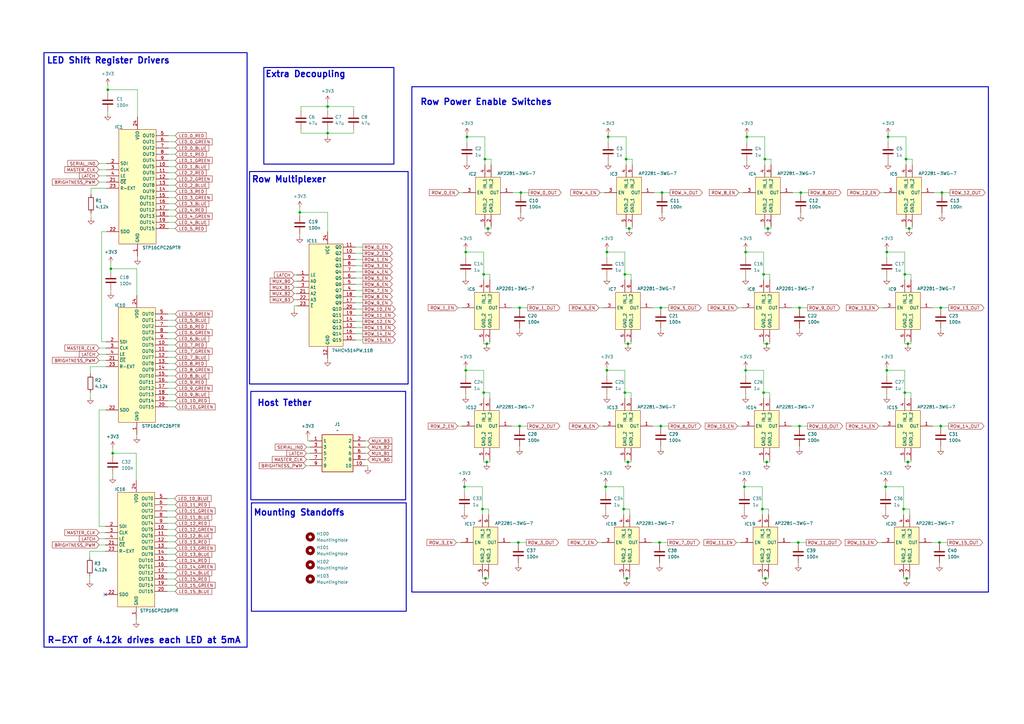
<source format=kicad_sch>
(kicad_sch (version 20230121) (generator eeschema)
  (paper "A3")
  (junction (at 213.106 174.752))
  (junction (at 305.308 199.644))
  (junction (at 256.794 65.278))
  (junction (at 190.5 199.644))
  (junction (at 258.064 93.726))
  (junction (at 372.364 189.484))
  (junction (at 385.826 174.752))
  (junction (at 198.374 161.036))
  (junction (at 313.944 237.236))
  (junction (at 213.614 78.994))
  (junction (at 249.428 56.134))
  (junction (at 313.182 112.522))
  (junction (at 371.094 112.522))
  (junction (at 198.374 112.522))
  (junction (at 46.228 185.928))
  (junction (at 122.936 87.122))
  (junction (at 314.452 189.484))
  (junction (at 385.826 126.238))
  (junction (at 212.598 222.504))
  (junction (at 198.882 65.278))
  (junction (at 371.856 237.236))
  (junction (at 371.094 161.036))
  (junction (at 134.366 43.688))
  (junction (at 312.674 208.788))
  (junction (at 314.452 140.97))
  (junction (at 327.406 222.504))
  (junction (at 271.018 174.752))
  (junction (at 134.366 54.61))
  (junction (at 363.728 151.892))
  (junction (at 199.644 140.97))
  (junction (at 270.51 222.504))
  (junction (at 372.872 93.726))
  (junction (at 305.816 103.378))
  (junction (at 370.586 208.788))
  (junction (at 213.106 126.238))
  (junction (at 371.602 65.278))
  (junction (at 306.324 56.134))
  (junction (at 199.644 189.484))
  (junction (at 327.914 126.238))
  (junction (at 305.816 151.892))
  (junction (at 45.466 110.236))
  (junction (at 191.516 56.134))
  (junction (at 191.008 151.892))
  (junction (at 313.182 161.036))
  (junction (at 327.914 174.752))
  (junction (at 256.286 161.036))
  (junction (at 314.96 93.726))
  (junction (at 200.152 93.726))
  (junction (at 372.364 140.97))
  (junction (at 257.556 140.97))
  (junction (at 248.92 103.378))
  (junction (at 328.422 78.994))
  (junction (at 248.412 199.644))
  (junction (at 199.136 237.236))
  (junction (at 271.018 126.238))
  (junction (at 248.92 151.892))
  (junction (at 271.526 78.994))
  (junction (at 363.728 103.378))
  (junction (at 385.318 222.504))
  (junction (at 257.556 189.484))
  (junction (at 364.236 56.134))
  (junction (at 255.778 208.788))
  (junction (at 256.286 112.522))
  (junction (at 44.196 36.83))
  (junction (at 197.866 208.788))
  (junction (at 363.22 199.644))
  (junction (at 257.048 237.236))
  (junction (at 386.334 78.994))
  (junction (at 313.69 65.278))
  (junction (at 191.008 103.378))
  (no_connect (at 43.18 243.84))
  (wire (pts (xy 315.722 163.322) (xy 315.722 161.036)))
  (wire (pts (xy 305.816 113.284) (xy 305.816 114.046)))
  (wire (pts (xy 69.088 88.646) (xy 71.882 88.646)))
  (wire (pts (xy 302.514 174.752) (xy 304.292 174.752)))
  (wire (pts (xy 197.866 237.236) (xy 199.136 237.236)))
  (wire (pts (xy 248.92 151.892) (xy 248.92 154.178)))
  (wire (pts (xy 305.816 151.892) (xy 305.816 154.178)))
  (wire (pts (xy 313.69 93.726) (xy 314.96 93.726)))
  (wire (pts (xy 40.64 67.056) (xy 43.688 67.056)))
  (wire (pts (xy 257.556 140.97) (xy 257.556 141.478)))
  (wire (pts (xy 56.134 178.308) (xy 56.134 179.07)))
  (wire (pts (xy 199.644 189.484) (xy 200.914 189.484)))
  (wire (pts (xy 271.018 183.134) (xy 271.018 183.896)))
  (wire (pts (xy 187.198 222.504) (xy 188.976 222.504)))
  (wire (pts (xy 385.826 174.752) (xy 385.826 175.514)))
  (wire (pts (xy 122.936 96.012) (xy 122.936 97.028)))
  (wire (pts (xy 315.722 112.522) (xy 313.182 112.522)))
  (wire (pts (xy 68.834 136.398) (xy 71.882 136.398)))
  (wire (pts (xy 363.728 161.798) (xy 363.728 162.56)))
  (wire (pts (xy 120.65 117.856) (xy 121.666 117.856)))
  (wire (pts (xy 371.856 237.236) (xy 373.126 237.236)))
  (wire (pts (xy 248.412 209.55) (xy 248.412 210.312)))
  (wire (pts (xy 68.834 159.258) (xy 71.882 159.258)))
  (wire (pts (xy 120.65 127.254) (xy 120.65 125.476)))
  (wire (pts (xy 46.228 183.642) (xy 46.228 185.928)))
  (wire (pts (xy 248.92 161.798) (xy 248.92 162.56)))
  (wire (pts (xy 327.914 183.134) (xy 327.914 183.896)))
  (wire (pts (xy 37.084 153.416) (xy 37.084 150.368)))
  (wire (pts (xy 316.23 93.726) (xy 316.23 92.964)))
  (wire (pts (xy 145.796 111.506) (xy 148.844 111.506)))
  (wire (pts (xy 256.286 114.808) (xy 256.286 112.522)))
  (wire (pts (xy 315.214 211.074) (xy 315.214 208.788)))
  (wire (pts (xy 145.796 116.586) (xy 148.844 116.586)))
  (wire (pts (xy 37.338 87.376) (xy 37.338 89.408)))
  (wire (pts (xy 305.308 198.628) (xy 305.308 199.644)))
  (wire (pts (xy 271.526 78.994) (xy 271.526 79.756)))
  (wire (pts (xy 145.796 103.886) (xy 148.844 103.886)))
  (wire (pts (xy 37.338 79.756) (xy 37.338 77.216)))
  (wire (pts (xy 40.64 142.748) (xy 43.434 142.748)))
  (wire (pts (xy 212.598 230.886) (xy 212.598 231.648)))
  (wire (pts (xy 271.018 174.752) (xy 274.32 174.752)))
  (wire (pts (xy 150.876 191.77) (xy 150.876 191.008)))
  (wire (pts (xy 120.65 112.776) (xy 121.666 112.776)))
  (wire (pts (xy 258.826 161.036) (xy 256.286 161.036)))
  (wire (pts (xy 149.86 188.468) (xy 150.876 188.468)))
  (wire (pts (xy 36.83 228.6) (xy 36.83 226.06)))
  (wire (pts (xy 213.106 174.752) (xy 213.106 175.514)))
  (wire (pts (xy 191.008 113.284) (xy 191.008 114.046)))
  (wire (pts (xy 199.644 140.97) (xy 200.914 140.97)))
  (wire (pts (xy 134.366 54.61) (xy 145.034 54.61)))
  (wire (pts (xy 324.612 174.752) (xy 327.914 174.752)))
  (wire (pts (xy 191.516 66.04) (xy 191.516 66.802)))
  (wire (pts (xy 44.196 45.72) (xy 44.196 46.736)))
  (wire (pts (xy 191.516 56.134) (xy 191.516 58.42)))
  (wire (pts (xy 213.614 87.376) (xy 213.614 88.138)))
  (wire (pts (xy 40.64 145.288) (xy 43.434 145.288)))
  (wire (pts (xy 68.834 164.338) (xy 71.882 164.338)))
  (wire (pts (xy 198.882 67.564) (xy 198.882 65.278)))
  (wire (pts (xy 370.586 199.644) (xy 363.22 199.644)))
  (wire (pts (xy 257.048 237.236) (xy 258.318 237.236)))
  (wire (pts (xy 200.406 208.788) (xy 197.866 208.788)))
  (wire (pts (xy 372.872 93.726) (xy 372.872 94.234)))
  (wire (pts (xy 69.088 73.406) (xy 71.882 73.406)))
  (wire (pts (xy 372.364 189.484) (xy 372.364 189.992)))
  (wire (pts (xy 267.716 174.752) (xy 271.018 174.752)))
  (wire (pts (xy 373.634 161.036) (xy 371.094 161.036)))
  (wire (pts (xy 316.23 67.564) (xy 316.23 65.278)))
  (wire (pts (xy 363.22 209.55) (xy 363.22 210.312)))
  (wire (pts (xy 69.088 81.026) (xy 71.882 81.026)))
  (wire (pts (xy 312.674 211.074) (xy 312.674 208.788)))
  (wire (pts (xy 328.422 78.994) (xy 328.422 79.756)))
  (wire (pts (xy 198.882 56.134) (xy 191.516 56.134)))
  (wire (pts (xy 324.104 222.504) (xy 327.406 222.504)))
  (wire (pts (xy 256.794 65.278) (xy 256.794 56.134)))
  (wire (pts (xy 305.308 199.644) (xy 305.308 201.93)))
  (wire (pts (xy 40.64 147.828) (xy 43.434 147.828)))
  (wire (pts (xy 372.364 189.484) (xy 373.634 189.484)))
  (wire (pts (xy 313.182 140.97) (xy 314.452 140.97)))
  (wire (pts (xy 306.324 56.134) (xy 306.324 58.42)))
  (wire (pts (xy 327.406 222.504) (xy 327.406 223.266)))
  (wire (pts (xy 257.048 237.236) (xy 257.048 237.744)))
  (wire (pts (xy 259.334 93.726) (xy 259.334 92.964)))
  (wire (pts (xy 245.618 174.752) (xy 247.396 174.752)))
  (wire (pts (xy 371.602 92.964) (xy 371.602 93.726)))
  (wire (pts (xy 213.106 134.62) (xy 213.106 135.382)))
  (wire (pts (xy 313.182 161.036) (xy 313.182 151.892)))
  (wire (pts (xy 149.86 185.928) (xy 150.876 185.928)))
  (wire (pts (xy 382.016 222.504) (xy 385.318 222.504)))
  (wire (pts (xy 371.094 140.208) (xy 371.094 140.97)))
  (wire (pts (xy 256.286 103.378) (xy 248.92 103.378)))
  (wire (pts (xy 374.142 67.564) (xy 374.142 65.278)))
  (wire (pts (xy 371.602 65.278) (xy 371.602 56.134)))
  (wire (pts (xy 187.706 126.238) (xy 189.484 126.238)))
  (wire (pts (xy 68.834 154.178) (xy 71.882 154.178)))
  (wire (pts (xy 327.914 134.62) (xy 327.914 135.382)))
  (wire (pts (xy 248.92 103.378) (xy 248.92 105.664)))
  (wire (pts (xy 68.834 166.878) (xy 71.882 166.878)))
  (wire (pts (xy 197.866 199.644) (xy 190.5 199.644)))
  (wire (pts (xy 213.614 78.994) (xy 213.614 79.756)))
  (wire (pts (xy 385.318 230.886) (xy 385.318 231.648)))
  (wire (pts (xy 68.834 161.798) (xy 71.882 161.798)))
  (wire (pts (xy 255.778 236.474) (xy 255.778 237.236)))
  (wire (pts (xy 271.526 87.376) (xy 271.526 88.138)))
  (wire (pts (xy 315.722 114.808) (xy 315.722 112.522)))
  (wire (pts (xy 68.834 146.558) (xy 71.882 146.558)))
  (wire (pts (xy 191.516 55.118) (xy 191.516 56.134)))
  (wire (pts (xy 37.338 77.216) (xy 43.688 77.216)))
  (wire (pts (xy 149.86 180.848) (xy 150.876 180.848)))
  (wire (pts (xy 68.58 204.47) (xy 71.628 204.47)))
  (wire (pts (xy 256.286 140.97) (xy 257.556 140.97)))
  (wire (pts (xy 190.5 198.628) (xy 190.5 199.644)))
  (wire (pts (xy 313.69 67.564) (xy 313.69 65.278)))
  (wire (pts (xy 145.796 134.366) (xy 148.844 134.366)))
  (wire (pts (xy 190.5 209.55) (xy 190.5 210.312)))
  (wire (pts (xy 45.466 110.236) (xy 45.466 111.252)))
  (wire (pts (xy 68.834 151.638) (xy 71.882 151.638)))
  (wire (pts (xy 305.816 102.362) (xy 305.816 103.378)))
  (wire (pts (xy 313.182 188.722) (xy 313.182 189.484)))
  (wire (pts (xy 258.826 163.322) (xy 258.826 161.036)))
  (wire (pts (xy 257.556 189.484) (xy 257.556 189.992)))
  (wire (pts (xy 125.73 185.928) (xy 127 185.928)))
  (wire (pts (xy 68.58 237.49) (xy 71.882 237.49)))
  (wire (pts (xy 125.73 183.388) (xy 127 183.388)))
  (wire (pts (xy 248.412 198.628) (xy 248.412 199.644)))
  (wire (pts (xy 364.236 66.04) (xy 364.236 66.802)))
  (wire (pts (xy 201.422 65.278) (xy 198.882 65.278)))
  (wire (pts (xy 371.094 161.036) (xy 371.094 151.892)))
  (wire (pts (xy 312.674 236.474) (xy 312.674 237.236)))
  (wire (pts (xy 145.796 108.966) (xy 148.844 108.966)))
  (wire (pts (xy 200.406 237.236) (xy 200.406 236.474)))
  (wire (pts (xy 134.366 87.122) (xy 122.936 87.122)))
  (wire (pts (xy 145.796 131.826) (xy 148.844 131.826)))
  (wire (pts (xy 315.722 140.97) (xy 315.722 140.208)))
  (wire (pts (xy 255.778 237.236) (xy 257.048 237.236)))
  (wire (pts (xy 258.826 112.522) (xy 256.286 112.522)))
  (wire (pts (xy 56.134 121.158) (xy 56.134 110.236)))
  (wire (pts (xy 374.142 93.726) (xy 374.142 92.964)))
  (wire (pts (xy 69.088 75.946) (xy 71.882 75.946)))
  (wire (pts (xy 385.318 222.504) (xy 388.62 222.504)))
  (wire (pts (xy 363.22 199.644) (xy 363.22 201.93)))
  (wire (pts (xy 200.914 163.322) (xy 200.914 161.036)))
  (wire (pts (xy 145.796 121.666) (xy 148.844 121.666)))
  (wire (pts (xy 364.236 55.118) (xy 364.236 56.134)))
  (wire (pts (xy 370.586 236.474) (xy 370.586 237.236)))
  (wire (pts (xy 200.914 161.036) (xy 198.374 161.036)))
  (wire (pts (xy 37.084 161.036) (xy 37.084 163.068)))
  (wire (pts (xy 328.422 87.376) (xy 328.422 88.138)))
  (wire (pts (xy 255.778 211.074) (xy 255.778 208.788)))
  (wire (pts (xy 363.728 103.378) (xy 363.728 105.664)))
  (wire (pts (xy 68.834 128.778) (xy 71.882 128.778)))
  (wire (pts (xy 56.388 36.83) (xy 44.196 36.83)))
  (wire (pts (xy 256.286 161.036) (xy 256.286 151.892)))
  (wire (pts (xy 68.58 227.33) (xy 71.882 227.33)))
  (wire (pts (xy 373.634 140.97) (xy 373.634 140.208)))
  (wire (pts (xy 69.088 78.486) (xy 71.882 78.486)))
  (wire (pts (xy 197.866 208.788) (xy 197.866 199.644)))
  (wire (pts (xy 373.126 208.788) (xy 370.586 208.788)))
  (wire (pts (xy 123.444 54.61) (xy 134.366 54.61)))
  (wire (pts (xy 69.088 58.166) (xy 71.882 58.166)))
  (wire (pts (xy 249.428 66.04) (xy 249.428 66.802)))
  (wire (pts (xy 145.796 129.286) (xy 148.844 129.286)))
  (wire (pts (xy 134.366 43.688) (xy 134.366 45.466)))
  (wire (pts (xy 134.366 147.066) (xy 134.366 147.574)))
  (wire (pts (xy 69.088 68.326) (xy 71.882 68.326)))
  (wire (pts (xy 271.018 126.238) (xy 274.32 126.238)))
  (wire (pts (xy 200.406 211.074) (xy 200.406 208.788)))
  (wire (pts (xy 312.674 237.236) (xy 313.944 237.236)))
  (wire (pts (xy 314.452 140.97) (xy 314.452 141.478)))
  (wire (pts (xy 68.58 209.55) (xy 71.882 209.55)))
  (wire (pts (xy 55.88 185.928) (xy 46.228 185.928)))
  (wire (pts (xy 145.796 101.346) (xy 148.844 101.346)))
  (wire (pts (xy 315.722 161.036) (xy 313.182 161.036)))
  (wire (pts (xy 198.374 103.378) (xy 191.008 103.378)))
  (wire (pts (xy 313.182 114.808) (xy 313.182 112.522)))
  (wire (pts (xy 68.58 224.79) (xy 71.882 224.79)))
  (wire (pts (xy 40.64 223.52) (xy 43.18 223.52)))
  (wire (pts (xy 372.364 140.97) (xy 373.634 140.97)))
  (wire (pts (xy 69.088 93.726) (xy 71.882 93.726)))
  (wire (pts (xy 258.064 93.726) (xy 259.334 93.726)))
  (wire (pts (xy 256.794 67.564) (xy 256.794 65.278)))
  (wire (pts (xy 382.524 174.752) (xy 385.826 174.752)))
  (wire (pts (xy 200.152 93.726) (xy 201.422 93.726)))
  (wire (pts (xy 371.094 114.808) (xy 371.094 112.522)))
  (wire (pts (xy 134.366 54.61) (xy 134.366 55.88)))
  (wire (pts (xy 371.094 188.722) (xy 371.094 189.484)))
  (wire (pts (xy 305.308 209.55) (xy 305.308 210.312)))
  (wire (pts (xy 201.422 93.726) (xy 201.422 92.964)))
  (wire (pts (xy 374.142 65.278) (xy 371.602 65.278)))
  (wire (pts (xy 190.5 199.644) (xy 190.5 201.93)))
  (wire (pts (xy 45.466 118.872) (xy 45.466 119.888)))
  (wire (pts (xy 373.634 112.522) (xy 371.094 112.522)))
  (wire (pts (xy 373.634 189.484) (xy 373.634 188.722)))
  (wire (pts (xy 209.296 222.504) (xy 212.598 222.504)))
  (wire (pts (xy 68.58 219.71) (xy 71.882 219.71)))
  (wire (pts (xy 257.556 140.97) (xy 258.826 140.97)))
  (wire (pts (xy 68.58 222.25) (xy 71.882 222.25)))
  (wire (pts (xy 213.106 174.752) (xy 216.408 174.752)))
  (wire (pts (xy 327.914 174.752) (xy 327.914 175.514)))
  (wire (pts (xy 197.866 211.074) (xy 197.866 208.788)))
  (wire (pts (xy 303.022 78.994) (xy 304.8 78.994)))
  (wire (pts (xy 360.426 126.238) (xy 362.204 126.238)))
  (wire (pts (xy 313.182 112.522) (xy 313.182 103.378)))
  (wire (pts (xy 213.106 126.238) (xy 213.106 127)))
  (wire (pts (xy 270.51 230.886) (xy 270.51 231.648)))
  (wire (pts (xy 313.944 237.236) (xy 315.214 237.236)))
  (wire (pts (xy 248.92 150.876) (xy 248.92 151.892)))
  (wire (pts (xy 200.152 93.726) (xy 200.152 94.234)))
  (wire (pts (xy 69.088 55.626) (xy 71.882 55.626)))
  (wire (pts (xy 209.804 126.238) (xy 213.106 126.238)))
  (wire (pts (xy 258.826 189.484) (xy 258.826 188.722)))
  (wire (pts (xy 305.816 161.798) (xy 305.816 162.56)))
  (wire (pts (xy 248.92 102.362) (xy 248.92 103.378)))
  (wire (pts (xy 191.008 151.892) (xy 191.008 154.178)))
  (wire (pts (xy 271.526 78.994) (xy 274.828 78.994)))
  (wire (pts (xy 213.614 78.994) (xy 216.916 78.994)))
  (wire (pts (xy 209.804 174.752) (xy 213.106 174.752)))
  (wire (pts (xy 327.914 126.238) (xy 327.914 127)))
  (wire (pts (xy 120.65 115.316) (xy 121.666 115.316)))
  (wire (pts (xy 145.796 126.746) (xy 148.844 126.746)))
  (wire (pts (xy 199.644 189.484) (xy 199.644 189.992)))
  (wire (pts (xy 56.388 105.156) (xy 56.388 105.918)))
  (wire (pts (xy 271.018 126.238) (xy 271.018 127)))
  (wire (pts (xy 199.136 237.236) (xy 200.406 237.236)))
  (wire (pts (xy 68.834 141.478) (xy 71.882 141.478)))
  (wire (pts (xy 212.598 222.504) (xy 215.9 222.504)))
  (wire (pts (xy 69.088 70.866) (xy 71.882 70.866)))
  (wire (pts (xy 256.286 188.722) (xy 256.286 189.484)))
  (wire (pts (xy 44.196 34.798) (xy 44.196 36.83)))
  (wire (pts (xy 248.412 199.644) (xy 248.412 201.93)))
  (wire (pts (xy 120.65 125.476) (xy 121.666 125.476)))
  (wire (pts (xy 201.422 67.564) (xy 201.422 65.278)))
  (wire (pts (xy 258.318 237.236) (xy 258.318 236.474)))
  (wire (pts (xy 386.334 87.376) (xy 386.334 88.138)))
  (wire (pts (xy 316.23 65.278) (xy 313.69 65.278)))
  (wire (pts (xy 383.032 78.994) (xy 386.334 78.994)))
  (wire (pts (xy 43.688 94.996) (xy 41.656 94.996)))
  (wire (pts (xy 198.374 114.808) (xy 198.374 112.522)))
  (wire (pts (xy 271.018 134.62) (xy 271.018 135.382)))
  (wire (pts (xy 256.286 112.522) (xy 256.286 103.378)))
  (wire (pts (xy 197.866 236.474) (xy 197.866 237.236)))
  (wire (pts (xy 313.182 189.484) (xy 314.452 189.484)))
  (wire (pts (xy 382.524 126.238) (xy 385.826 126.238)))
  (wire (pts (xy 68.58 212.09) (xy 71.882 212.09)))
  (wire (pts (xy 306.324 66.04) (xy 306.324 66.802)))
  (wire (pts (xy 145.796 106.426) (xy 148.844 106.426)))
  (wire (pts (xy 69.088 83.566) (xy 71.882 83.566)))
  (wire (pts (xy 258.064 93.726) (xy 258.064 94.234)))
  (wire (pts (xy 313.69 92.964) (xy 313.69 93.726)))
  (wire (pts (xy 198.374 140.208) (xy 198.374 140.97)))
  (wire (pts (xy 312.674 208.788) (xy 312.674 199.644)))
  (wire (pts (xy 258.826 114.808) (xy 258.826 112.522)))
  (wire (pts (xy 313.69 56.134) (xy 306.324 56.134)))
  (wire (pts (xy 312.674 199.644) (xy 305.308 199.644)))
  (wire (pts (xy 259.334 67.564) (xy 259.334 65.278)))
  (wire (pts (xy 371.094 189.484) (xy 372.364 189.484)))
  (wire (pts (xy 125.73 188.468) (xy 127 188.468)))
  (wire (pts (xy 145.796 136.906) (xy 148.844 136.906)))
  (wire (pts (xy 200.914 112.522) (xy 198.374 112.522)))
  (wire (pts (xy 55.88 196.85) (xy 55.88 185.928)))
  (wire (pts (xy 123.444 43.688) (xy 134.366 43.688)))
  (wire (pts (xy 373.126 237.236) (xy 373.126 236.474)))
  (wire (pts (xy 245.11 222.504) (xy 246.888 222.504)))
  (wire (pts (xy 198.882 65.278) (xy 198.882 56.134)))
  (wire (pts (xy 256.794 92.964) (xy 256.794 93.726)))
  (wire (pts (xy 120.65 122.936) (xy 121.666 122.936)))
  (wire (pts (xy 385.826 174.752) (xy 389.128 174.752)))
  (wire (pts (xy 302.006 222.504) (xy 303.784 222.504)))
  (wire (pts (xy 364.236 56.134) (xy 364.236 58.42)))
  (wire (pts (xy 371.094 151.892) (xy 363.728 151.892)))
  (wire (pts (xy 68.58 229.87) (xy 71.882 229.87)))
  (wire (pts (xy 363.728 150.876) (xy 363.728 151.892)))
  (wire (pts (xy 37.084 150.368) (xy 43.434 150.368)))
  (wire (pts (xy 248.92 113.284) (xy 248.92 114.046)))
  (wire (pts (xy 123.444 53.086) (xy 123.444 54.61)))
  (wire (pts (xy 255.778 208.788) (xy 255.778 199.644)))
  (wire (pts (xy 371.602 93.726) (xy 372.872 93.726)))
  (wire (pts (xy 359.918 222.504) (xy 361.696 222.504)))
  (wire (pts (xy 249.428 55.118) (xy 249.428 56.134)))
  (wire (pts (xy 327.406 222.504) (xy 330.708 222.504)))
  (wire (pts (xy 370.586 208.788) (xy 370.586 199.644)))
  (wire (pts (xy 41.656 140.208) (xy 43.434 140.208)))
  (wire (pts (xy 68.58 217.17) (xy 71.882 217.17)))
  (wire (pts (xy 123.444 45.466) (xy 123.444 43.688)))
  (wire (pts (xy 313.182 163.322) (xy 313.182 161.036)))
  (wire (pts (xy 360.934 78.994) (xy 362.712 78.994)))
  (wire (pts (xy 68.834 133.858) (xy 71.882 133.858)))
  (wire (pts (xy 256.794 56.134) (xy 249.428 56.134)))
  (wire (pts (xy 69.088 65.786) (xy 71.882 65.786)))
  (wire (pts (xy 199.644 140.97) (xy 199.644 141.478)))
  (wire (pts (xy 149.86 183.388) (xy 150.876 183.388)))
  (wire (pts (xy 371.094 163.322) (xy 371.094 161.036)))
  (wire (pts (xy 40.64 74.676) (xy 43.688 74.676)))
  (wire (pts (xy 191.008 150.876) (xy 191.008 151.892)))
  (wire (pts (xy 313.182 151.892) (xy 305.816 151.892)))
  (wire (pts (xy 69.088 63.246) (xy 71.882 63.246)))
  (wire (pts (xy 328.422 78.994) (xy 331.724 78.994)))
  (wire (pts (xy 134.366 43.688) (xy 145.034 43.688)))
  (wire (pts (xy 270.51 222.504) (xy 273.812 222.504)))
  (wire (pts (xy 324.612 126.238) (xy 327.914 126.238)))
  (wire (pts (xy 56.388 48.006) (xy 56.388 36.83)))
  (wire (pts (xy 370.586 211.074) (xy 370.586 208.788)))
  (wire (pts (xy 40.64 69.596) (xy 43.688 69.596)))
  (wire (pts (xy 126.238 179.324) (xy 126.238 180.848)))
  (wire (pts (xy 372.872 93.726) (xy 374.142 93.726)))
  (wire (pts (xy 68.834 156.718) (xy 71.882 156.718)))
  (wire (pts (xy 314.452 140.97) (xy 315.722 140.97)))
  (wire (pts (xy 145.796 124.206) (xy 148.844 124.206)))
  (wire (pts (xy 36.83 226.06) (xy 43.18 226.06)))
  (wire (pts (xy 188.214 78.994) (xy 189.992 78.994)))
  (wire (pts (xy 370.586 237.236) (xy 371.856 237.236)))
  (wire (pts (xy 385.826 183.134) (xy 385.826 183.896)))
  (wire (pts (xy 372.364 140.97) (xy 372.364 141.478)))
  (wire (pts (xy 313.182 140.208) (xy 313.182 140.97)))
  (wire (pts (xy 43.434 168.148) (xy 40.64 168.148)))
  (wire (pts (xy 145.034 45.466) (xy 145.034 43.688)))
  (wire (pts (xy 69.088 60.706) (xy 71.882 60.706)))
  (wire (pts (xy 315.214 237.236) (xy 315.214 236.474)))
  (wire (pts (xy 314.452 189.484) (xy 314.452 189.992)))
  (wire (pts (xy 371.602 67.564) (xy 371.602 65.278)))
  (wire (pts (xy 45.466 107.95) (xy 45.466 110.236)))
  (wire (pts (xy 40.64 218.44) (xy 43.18 218.44)))
  (wire (pts (xy 69.088 91.186) (xy 71.882 91.186)))
  (wire (pts (xy 255.778 199.644) (xy 248.412 199.644)))
  (wire (pts (xy 126.238 180.848) (xy 127 180.848)))
  (wire (pts (xy 315.722 189.484) (xy 315.722 188.722)))
  (wire (pts (xy 68.834 131.318) (xy 71.882 131.318)))
  (wire (pts (xy 363.728 113.284) (xy 363.728 114.046)))
  (wire (pts (xy 200.914 189.484) (xy 200.914 188.722)))
  (wire (pts (xy 199.136 237.236) (xy 199.136 237.744)))
  (wire (pts (xy 371.856 237.236) (xy 371.856 237.744)))
  (wire (pts (xy 313.944 237.236) (xy 313.944 237.744)))
  (wire (pts (xy 56.134 110.236) (xy 45.466 110.236)))
  (wire (pts (xy 134.366 41.91) (xy 134.366 43.688)))
  (wire (pts (xy 313.69 65.278) (xy 313.69 56.134)))
  (wire (pts (xy 256.286 140.208) (xy 256.286 140.97)))
  (wire (pts (xy 40.64 215.9) (xy 43.18 215.9)))
  (wire (pts (xy 385.826 126.238) (xy 389.128 126.238)))
  (wire (pts (xy 371.602 56.134) (xy 364.236 56.134)))
  (wire (pts (xy 187.706 174.752) (xy 189.484 174.752)))
  (wire (pts (xy 249.428 56.134) (xy 249.428 58.42)))
  (wire (pts (xy 200.914 140.97) (xy 200.914 140.208)))
  (wire (pts (xy 325.12 78.994) (xy 328.422 78.994)))
  (wire (pts (xy 134.366 53.086) (xy 134.366 54.61)))
  (wire (pts (xy 373.634 114.808) (xy 373.634 112.522)))
  (wire (pts (xy 145.796 139.446) (xy 148.844 139.446)))
  (wire (pts (xy 313.182 103.378) (xy 305.816 103.378)))
  (wire (pts (xy 327.914 174.752) (xy 331.216 174.752)))
  (wire (pts (xy 150.876 191.008) (xy 149.86 191.008)))
  (wire (pts (xy 191.008 161.798) (xy 191.008 162.56)))
  (wire (pts (xy 373.634 163.322) (xy 373.634 161.036)))
  (wire (pts (xy 120.65 120.396) (xy 121.666 120.396)))
  (wire (pts (xy 36.83 236.22) (xy 36.83 238.252)))
  (wire (pts (xy 68.58 234.95) (xy 71.882 234.95)))
  (wire (pts (xy 315.214 208.788) (xy 312.674 208.788)))
  (wire (pts (xy 68.834 144.018) (xy 71.882 144.018)))
  (wire (pts (xy 198.374 188.722) (xy 198.374 189.484)))
  (wire (pts (xy 373.126 211.074) (xy 373.126 208.788)))
  (wire (pts (xy 68.58 232.41) (xy 71.882 232.41)))
  (wire (pts (xy 198.882 92.964) (xy 198.882 93.726)))
  (wire (pts (xy 198.374 112.522) (xy 198.374 103.378)))
  (wire (pts (xy 256.794 93.726) (xy 258.064 93.726)))
  (wire (pts (xy 198.882 93.726) (xy 200.152 93.726)))
  (wire (pts (xy 145.796 119.126) (xy 148.844 119.126)))
  (wire (pts (xy 210.312 78.994) (xy 213.614 78.994)))
  (wire (pts (xy 191.008 103.378) (xy 191.008 105.664)))
  (wire (pts (xy 213.106 126.238) (xy 216.408 126.238)))
  (wire (pts (xy 198.374 151.892) (xy 191.008 151.892)))
  (wire (pts (xy 134.366 94.996) (xy 134.366 87.122)))
  (wire (pts (xy 271.018 174.752) (xy 271.018 175.514)))
  (wire (pts (xy 198.374 163.322) (xy 198.374 161.036)))
  (wire (pts (xy 363.22 198.628) (xy 363.22 199.644)))
  (wire (pts (xy 258.318 211.074) (xy 258.318 208.788)))
  (wire (pts (xy 363.728 102.362) (xy 363.728 103.378)))
  (wire (pts (xy 40.64 72.136) (xy 43.688 72.136)))
  (wire (pts (xy 306.324 55.118) (xy 306.324 56.134)))
  (wire (pts (xy 40.64 168.148) (xy 40.64 215.9)))
  (wire (pts (xy 385.826 134.62) (xy 385.826 135.382)))
  (wire (pts (xy 246.126 78.994) (xy 247.904 78.994)))
  (wire (pts (xy 145.034 53.086) (xy 145.034 54.61)))
  (wire (pts (xy 46.228 194.564) (xy 46.228 195.58)))
  (wire (pts (xy 314.96 93.726) (xy 314.96 94.234)))
  (wire (pts (xy 125.476 191.008) (xy 127 191.008)))
  (wire (pts (xy 371.094 103.378) (xy 363.728 103.378)))
  (wire (pts (xy 259.334 65.278) (xy 256.794 65.278)))
  (wire (pts (xy 385.318 222.504) (xy 385.318 223.266)))
  (wire (pts (xy 68.58 214.63) (xy 71.882 214.63)))
  (wire (pts (xy 267.208 222.504) (xy 270.51 222.504)))
  (wire (pts (xy 191.008 102.362) (xy 191.008 103.378)))
  (wire (pts (xy 68.58 207.01) (xy 71.882 207.01)))
  (wire (pts (xy 256.286 163.322) (xy 256.286 161.036)))
  (wire (pts (xy 371.094 140.97) (xy 372.364 140.97)))
  (wire (pts (xy 46.228 185.928) (xy 46.228 186.944)))
  (wire (pts (xy 200.914 114.808) (xy 200.914 112.522)))
  (wire (pts (xy 198.374 140.97) (xy 199.644 140.97)))
  (wire (pts (xy 198.374 161.036) (xy 198.374 151.892)))
  (wire (pts (xy 198.374 189.484) (xy 199.644 189.484)))
  (wire (pts (xy 258.826 140.97) (xy 258.826 140.208)))
  (wire (pts (xy 256.286 151.892) (xy 248.92 151.892)))
  (wire (pts (xy 267.716 126.238) (xy 271.018 126.238)))
  (wire (pts (xy 363.728 151.892) (xy 363.728 154.178)))
  (wire (pts (xy 213.106 183.134) (xy 213.106 183.896)))
  (wire (pts (xy 257.556 189.484) (xy 258.826 189.484)))
  (wire (pts (xy 314.452 189.484) (xy 315.722 189.484)))
  (wire (pts (xy 41.656 94.996) (xy 41.656 140.208)))
  (wire (pts (xy 385.826 126.238) (xy 385.826 127)))
  (wire (pts (xy 270.51 222.504) (xy 270.51 223.266)))
  (wire (pts (xy 327.406 230.886) (xy 327.406 231.648)))
  (wire (pts (xy 256.286 189.484) (xy 257.556 189.484)))
  (wire (pts (xy 145.796 114.046) (xy 148.844 114.046)))
  (wire (pts (xy 314.96 93.726) (xy 316.23 93.726)))
  (wire (pts (xy 386.334 78.994) (xy 386.334 79.756)))
  (wire (pts (xy 212.598 222.504) (xy 212.598 223.266)))
  (wire (pts (xy 258.318 208.788) (xy 255.778 208.788)))
  (wire (pts (xy 302.514 126.238) (xy 304.292 126.238)))
  (wire (pts (xy 68.834 138.938) (xy 71.882 138.938)))
  (wire (pts (xy 122.936 85.09) (xy 122.936 87.122)))
  (wire (pts (xy 327.914 126.238) (xy 331.216 126.238)))
  (wire (pts (xy 245.618 126.238) (xy 247.396 126.238)))
  (wire (pts (xy 268.224 78.994) (xy 271.526 78.994)))
  (wire (pts (xy 360.426 174.752) (xy 362.204 174.752)))
  (wire (pts (xy 386.334 78.994) (xy 389.636 78.994)))
  (wire (pts (xy 122.936 87.122) (xy 122.936 88.392)))
  (wire (pts (xy 305.816 150.876) (xy 305.816 151.892)))
  (wire (pts (xy 68.58 240.03) (xy 71.882 240.03)))
  (wire (pts (xy 55.88 254) (xy 55.88 254.762)))
  (wire (pts (xy 371.094 112.522) (xy 371.094 103.378)))
  (wire (pts (xy 305.816 103.378) (xy 305.816 105.664)))
  (wire (pts (xy 69.088 86.106) (xy 71.882 86.106)))
  (wire (pts (xy 68.834 149.098) (xy 71.882 149.098)))
  (wire (pts (xy 44.196 36.83) (xy 44.196 38.1)))
  (wire (pts (xy 68.58 242.57) (xy 71.882 242.57)))
  (wire (pts (xy 40.64 220.98) (xy 43.18 220.98)))
  (rectangle (start 168.91 35.56) (end 405.384 242.824) (stroke (width 0.4)))
  (rectangle (start 103.124 206.248) (end 166.624 250.698) (stroke (width 0.4)))
  (rectangle (start 18.034 21.59) (end 101.346 265.43) (stroke (width 0.4)))
  (rectangle (start 102.362 70.358) (end 167.386 157.48) (stroke (width 0.4)))
  (rectangle (start 108.204 27.686) (end 161.544 67.31) (stroke (width 0.4)))
  (rectangle (start 102.87 160.528) (end 166.37 204.978) (stroke (width 0.4)))
  (text "LED Shift Register Drivers" (at 19.05 26.416 0) (effects (font (size 2.54 2.54) (thickness 0.508) bold) (justify left bottom)))
  (text "Row Power Enable Switches" (at 172.212 43.434 0) (effects (font (size 2.54 2.54) (thickness 0.508) bold) (justify left bottom)))
  (text "R-EXT of 4.12k drives each LED at 5mA" (at 19.304 264.16 0) (effects (font (size 2.54 2.54) (thickness 0.508) bold) (justify left bottom)))
  (text "Host Tether" (at 105.41 166.878 0) (effects (font (size 2.54 2.54) (thickness 0.508) bold) (justify left bottom)))
  (text "Row Multiplexer" (at 103.124 75.184 0) (effects (font (size 2.54 2.54) (thickness 0.508) bold) (justify left bottom)))
  (text "Extra Decoupling" (at 108.712 32.004 0) (effects (font (size 2.54 2.54) (thickness 0.508) bold) (justify left bottom)))
  (text "Mounting Standoffs" (at 103.886 211.836 0) (effects (font (size 2.54 2.54) (thickness 0.508) bold) (justify left bottom)))
  (global_label "ROW_13_EN" (shape output) (at 148.844 134.366 0) (property "Intersheetrefs" "${INTERSHEET_REFS}" (effects hide)))
  (global_label "MUX_B2" (shape input) (at 150.876 183.388 0) (property "Intersheetrefs" "${INTERSHEET_REFS}" (effects hide)))
  (global_label "MUX_B0" (shape input) (at 150.876 188.468 0) (property "Intersheetrefs" "${INTERSHEET_REFS}" (effects hide)))
  (global_label "ROW_9_OUT" (shape output) (at 331.216 126.238 0) (property "Intersheetrefs" "${INTERSHEET_REFS}" (effects hide)))
  (global_label "ROW_15_EN" (shape input) (at 359.918 222.504 180) (property "Intersheetrefs" "${INTERSHEET_REFS}" (effects hide)))
  (global_label "LATCH" (shape input) (at 40.64 72.136 180) (property "Intersheetrefs" "${INTERSHEET_REFS}" (effects hide)))
  (global_label "ROW_15_EN" (shape output) (at 148.844 139.446 0) (property "Intersheetrefs" "${INTERSHEET_REFS}" (effects hide)))
  (global_label "MUX_B3" (shape input) (at 120.65 122.936 180) (property "Intersheetrefs" "${INTERSHEET_REFS}" (effects hide)))
  (global_label "ROW_10_EN" (shape output) (at 148.844 126.746 0) (property "Intersheetrefs" "${INTERSHEET_REFS}" (effects hide)))
  (global_label "ROW_4_EN" (shape input) (at 246.126 78.994 180) (property "Intersheetrefs" "${INTERSHEET_REFS}" (effects hide)))
  (global_label "LED_1_BLUE" (shape input) (at 71.882 68.326 0) (property "Intersheetrefs" "${INTERSHEET_REFS}" (effects hide)))
  (global_label "LED_9_RED" (shape input) (at 71.882 156.718 0) (property "Intersheetrefs" "${INTERSHEET_REFS}" (effects hide)))
  (global_label "LED_11_BLUE" (shape input) (at 71.882 212.09 0) (property "Intersheetrefs" "${INTERSHEET_REFS}" (effects hide)))
  (global_label "ROW_0_EN" (shape output) (at 148.844 101.346 0) (property "Intersheetrefs" "${INTERSHEET_REFS}" (effects hide)))
  (global_label "ROW_6_EN" (shape output) (at 148.844 116.586 0) (property "Intersheetrefs" "${INTERSHEET_REFS}" (effects hide)))
  (global_label "LATCH" (shape input) (at 40.64 145.288 180) (property "Intersheetrefs" "${INTERSHEET_REFS}" (effects hide)))
  (global_label "LED_3_RED" (shape input) (at 71.882 78.486 0) (property "Intersheetrefs" "${INTERSHEET_REFS}" (effects hide)))
  (global_label "ROW_5_EN" (shape input) (at 245.618 126.238 180) (property "Intersheetrefs" "${INTERSHEET_REFS}" (effects hide)))
  (global_label "ROW_13_OUT" (shape output) (at 389.128 126.238 0) (property "Intersheetrefs" "${INTERSHEET_REFS}" (effects hide)))
  (global_label "ROW_2_OUT" (shape output) (at 216.408 174.752 0) (property "Intersheetrefs" "${INTERSHEET_REFS}" (effects hide)))
  (global_label "ROW_4_OUT" (shape output) (at 274.828 78.994 0) (property "Intersheetrefs" "${INTERSHEET_REFS}" (effects hide)))
  (global_label "ROW_3_EN" (shape output) (at 148.844 108.966 0) (property "Intersheetrefs" "${INTERSHEET_REFS}" (effects hide)))
  (global_label "LED_0_GREEN" (shape input) (at 71.882 58.166 0) (property "Intersheetrefs" "${INTERSHEET_REFS}" (effects hide)))
  (global_label "LED_2_BLUE" (shape input) (at 71.882 75.946 0) (property "Intersheetrefs" "${INTERSHEET_REFS}" (effects hide)))
  (global_label "LED_6_RED" (shape input) (at 71.882 133.858 0) (property "Intersheetrefs" "${INTERSHEET_REFS}" (effects hide)))
  (global_label "LED_10_RED" (shape input) (at 71.882 164.338 0) (property "Intersheetrefs" "${INTERSHEET_REFS}" (effects hide)))
  (global_label "LED_4_GREEN" (shape input) (at 71.882 88.646 0) (property "Intersheetrefs" "${INTERSHEET_REFS}" (effects hide)))
  (global_label "BRIGHTNESS_PWM" (shape input) (at 125.476 191.008 180) (property "Intersheetrefs" "${INTERSHEET_REFS}" (effects hide)))
  (global_label "LED_0_RED" (shape input) (at 71.882 55.626 0) (property "Intersheetrefs" "${INTERSHEET_REFS}" (effects hide)))
  (global_label "ROW_11_OUT" (shape output) (at 330.708 222.504 0) (property "Intersheetrefs" "${INTERSHEET_REFS}" (effects hide)))
  (global_label "SERIAL_IN0" (shape input) (at 125.73 183.388 180) (property "Intersheetrefs" "${INTERSHEET_REFS}" (effects hide)))
  (global_label "LED_6_GREEN" (shape input) (at 71.882 136.398 0) (property "Intersheetrefs" "${INTERSHEET_REFS}" (effects hide)))
  (global_label "LED_1_GREEN" (shape input) (at 71.882 65.786 0) (property "Intersheetrefs" "${INTERSHEET_REFS}" (effects hide)))
  (global_label "LED_4_RED" (shape input) (at 71.882 86.106 0) (property "Intersheetrefs" "${INTERSHEET_REFS}" (effects hide)))
  (global_label "ROW_8_EN" (shape input) (at 303.022 78.994 180) (property "Intersheetrefs" "${INTERSHEET_REFS}" (effects hide)))
  (global_label "LED_6_BLUE" (shape input) (at 71.882 138.938 0) (property "Intersheetrefs" "${INTERSHEET_REFS}" (effects hide)))
  (global_label "LED_9_BLUE" (shape input) (at 71.882 161.798 0) (property "Intersheetrefs" "${INTERSHEET_REFS}" (effects hide)))
  (global_label "MUX_B1" (shape input) (at 120.65 117.856 180) (property "Intersheetrefs" "${INTERSHEET_REFS}" (effects hide)))
  (global_label "LED_13_GREEN" (shape input) (at 71.882 224.79 0) (property "Intersheetrefs" "${INTERSHEET_REFS}" (effects hide)))
  (global_label "LED_4_BLUE" (shape input) (at 71.882 91.186 0) (property "Intersheetrefs" "${INTERSHEET_REFS}" (effects hide)))
  (global_label "ROW_10_OUT" (shape output) (at 331.216 174.752 0) (property "Intersheetrefs" "${INTERSHEET_REFS}" (effects hide)))
  (global_label "LED_15_GREEN" (shape input) (at 71.882 240.03 0) (property "Intersheetrefs" "${INTERSHEET_REFS}" (effects hide)))
  (global_label "ROW_3_EN" (shape input) (at 187.198 222.504 180) (property "Intersheetrefs" "${INTERSHEET_REFS}" (effects hide)))
  (global_label "ROW_11_EN" (shape input) (at 302.006 222.504 180) (property "Intersheetrefs" "${INTERSHEET_REFS}" (effects hide)))
  (global_label "ROW_12_OUT" (shape output) (at 389.636 78.994 0) (property "Intersheetrefs" "${INTERSHEET_REFS}" (effects hide)))
  (global_label "LED_12_RED" (shape input) (at 71.882 214.63 0) (property "Intersheetrefs" "${INTERSHEET_REFS}" (effects hide)))
  (global_label "SERIAL_IN0" (shape input) (at 40.64 67.056 180) (property "Intersheetrefs" "${INTERSHEET_REFS}" (effects hide)))
  (global_label "ROW_8_EN" (shape output) (at 148.844 121.666 0) (property "Intersheetrefs" "${INTERSHEET_REFS}" (effects hide)))
  (global_label "MUX_B2" (shape input) (at 120.65 120.396 180) (property "Intersheetrefs" "${INTERSHEET_REFS}" (effects hide)))
  (global_label "LED_2_GREEN" (shape input) (at 71.882 73.406 0) (property "Intersheetrefs" "${INTERSHEET_REFS}" (effects hide)))
  (global_label "ROW_3_OUT" (shape output) (at 215.9 222.504 0) (property "Intersheetrefs" "${INTERSHEET_REFS}" (effects hide)))
  (global_label "ROW_6_EN" (shape input) (at 245.618 174.752 180) (property "Intersheetrefs" "${INTERSHEET_REFS}" (effects hide)))
  (global_label "LED_8_BLUE" (shape input) (at 71.882 154.178 0) (property "Intersheetrefs" "${INTERSHEET_REFS}" (effects hide)))
  (global_label "LED_2_RED" (shape input) (at 71.882 70.866 0) (property "Intersheetrefs" "${INTERSHEET_REFS}" (effects hide)))
  (global_label "ROW_9_EN" (shape input) (at 302.514 126.238 180) (property "Intersheetrefs" "${INTERSHEET_REFS}" (effects hide)))
  (global_label "LED_13_BLUE" (shape input) (at 71.882 227.33 0) (property "Intersheetrefs" "${INTERSHEET_REFS}" (effects hide)))
  (global_label "LED_11_RED" (shape input) (at 71.882 207.01 0) (property "Intersheetrefs" "${INTERSHEET_REFS}" (effects hide)))
  (global_label "ROW_5_EN" (shape output) (at 148.844 114.046 0) (property "Intersheetrefs" "${INTERSHEET_REFS}" (effects hide)))
  (global_label "ROW_7_EN" (shape input) (at 245.11 222.504 180) (property "Intersheetrefs" "${INTERSHEET_REFS}" (effects hide)))
  (global_label "LED_7_RED" (shape input) (at 71.882 141.478 0) (property "Intersheetrefs" "${INTERSHEET_REFS}" (effects hide)))
  (global_label "LED_5_BLUE" (shape input) (at 71.882 131.318 0) (property "Intersheetrefs" "${INTERSHEET_REFS}" (effects hide)))
  (global_label "ROW_14_EN" (shape input) (at 360.426 174.752 180) (property "Intersheetrefs" "${INTERSHEET_REFS}" (effects hide)))
  (global_label "ROW_8_OUT" (shape output) (at 331.724 78.994 0) (property "Intersheetrefs" "${INTERSHEET_REFS}" (effects hide)))
  (global_label "ROW_7_EN" (shape output) (at 148.844 119.126 0) (property "Intersheetrefs" "${INTERSHEET_REFS}" (effects hide)))
  (global_label "ROW_11_EN" (shape output) (at 148.844 129.286 0) (property "Intersheetrefs" "${INTERSHEET_REFS}" (effects hide)))
  (global_label "MUX_B1" (shape input) (at 150.876 185.928 0) (property "Intersheetrefs" "${INTERSHEET_REFS}" (effects hide)))
  (global_label "BRIGHTNESS_PWM" (shape input) (at 40.64 74.676 180) (property "Intersheetrefs" "${INTERSHEET_REFS}" (effects hide)))
  (global_label "LED_9_GREEN" (shape input) (at 71.882 159.258 0) (property "Intersheetrefs" "${INTERSHEET_REFS}" (effects hide)))
  (global_label "LED_15_BLUE" (shape input) (at 71.882 242.57 0) (property "Intersheetrefs" "${INTERSHEET_REFS}" (effects hide)))
  (global_label "LED_0_BLUE" (shape input) (at 71.882 60.706 0) (property "Intersheetrefs" "${INTERSHEET_REFS}" (effects hide)))
  (global_label "LED_8_GREEN" (shape input) (at 71.882 151.638 0) (property "Intersheetrefs" "${INTERSHEET_REFS}" (effects hide)))
  (global_label "ROW_9_EN" (shape output) (at 148.844 124.206 0) (property "Intersheetrefs" "${INTERSHEET_REFS}" (effects hide)))
  (global_label "ROW_15_OUT" (shape output) (at 388.62 222.504 0) (property "Intersheetrefs" "${INTERSHEET_REFS}" (effects hide)))
  (global_label "LED_14_BLUE" (shape input) (at 71.882 234.95 0) (property "Intersheetrefs" "${INTERSHEET_REFS}" (effects hide)))
  (global_label "ROW_5_OUT" (shape output) (at 274.32 126.238 0) (property "Intersheetrefs" "${INTERSHEET_REFS}" (effects hide)))
  (global_label "ROW_2_EN" (shape output) (at 148.844 103.886 0) (property "Intersheetrefs" "${INTERSHEET_REFS}" (effects hide)))
  (global_label "LED_14_GREEN" (shape input) (at 71.882 232.41 0) (property "Intersheetrefs" "${INTERSHEET_REFS}" (effects hide)))
  (global_label "LATCH" (shape input) (at 125.73 185.928 180) (property "Intersheetrefs" "${INTERSHEET_REFS}" (effects hide)))
  (global_label "LED_10_GREEN" (shape input) (at 71.882 166.878 0) (property "Intersheetrefs" "${INTERSHEET_REFS}" (effects hide)))
  (global_label "LED_10_BLUE" (shape input) (at 71.628 204.47 0) (property "Intersheetrefs" "${INTERSHEET_REFS}" (effects hide)))
  (global_label "ROW_14_EN" (shape output) (at 148.844 136.906 0) (property "Intersheetrefs" "${INTERSHEET_REFS}" (effects hide)))
  (global_label "LED_5_RED" (shape input) (at 71.882 93.726 0) (property "Intersheetrefs" "${INTERSHEET_REFS}" (effects hide)))
  (global_label "ROW_1_EN" (shape input) (at 187.706 126.238 180) (property "Intersheetrefs" "${INTERSHEET_REFS}" (effects hide)))
  (global_label "LED_3_BLUE" (shape input) (at 71.882 83.566 0) (property "Intersheetrefs" "${INTERSHEET_REFS}" (effects hide)))
  (global_label "ROW_7_OUT" (shape output) (at 273.812 222.504 0) (property "Intersheetrefs" "${INTERSHEET_REFS}" (effects hide)))
  (global_label "ROW_13_EN" (shape input) (at 360.426 126.238 180) (property "Intersheetrefs" "${INTERSHEET_REFS}" (effects hide)))
  (global_label "ROW_4_EN" (shape output) (at 148.844 111.506 0) (property "Intersheetrefs" "${INTERSHEET_REFS}" (effects hide)))
  (global_label "BRIGHTNESS_PWM" (shape input) (at 40.64 223.52 180) (property "Intersheetrefs" "${INTERSHEET_REFS}" (effects hide)))
  (global_label "MUX_B0" (shape input) (at 120.65 115.316 180) (property "Intersheetrefs" "${INTERSHEET_REFS}" (effects hide)))
  (global_label "LED_8_RED" (shape input) (at 71.882 149.098 0) (property "Intersheetrefs" "${INTERSHEET_REFS}" (effects hide)))
  (global_label "LED_11_GREEN" (shape input) (at 71.882 209.55 0) (property "Intersheetrefs" "${INTERSHEET_REFS}" (effects hide)))
  (global_label "LED_12_GREEN" (shape input) (at 71.882 217.17 0) (property "Intersheetrefs" "${INTERSHEET_REFS}" (effects hide)))
  (global_label "ROW_2_EN" (shape input) (at 187.706 174.752 180) (property "Intersheetrefs" "${INTERSHEET_REFS}" (effects hide)))
  (global_label "ROW_10_EN" (shape input) (at 302.514 174.752 180) (property "Intersheetrefs" "${INTERSHEET_REFS}" (effects hide)))
  (global_label "MASTER_CLK" (shape input) (at 40.64 142.748 180) (property "Intersheetrefs" "${INTERSHEET_REFS}" (effects hide)))
  (global_label "ROW_12_EN" (shape input) (at 360.934 78.994 180) (property "Intersheetrefs" "${INTERSHEET_REFS}" (effects hide)))
  (global_label "LED_7_BLUE" (shape input) (at 71.882 146.558 0) (property "Intersheetrefs" "${INTERSHEET_REFS}" (effects hide)))
  (global_label "LED_14_RED" (shape input) (at 71.882 229.87 0) (property "Intersheetrefs" "${INTERSHEET_REFS}" (effects hide)))
  (global_label "LED_12_BLUE" (shape input) (at 71.882 219.71 0) (property "Intersheetrefs" "${INTERSHEET_REFS}" (effects hide)))
  (global_label "ROW_0_EN" (shape input) (at 188.214 78.994 180) (property "Intersheetrefs" "${INTERSHEET_REFS}" (effects hide)))
  (global_label "ROW_6_OUT" (shape output) (at 274.32 174.752 0) (property "Intersheetrefs" "${INTERSHEET_REFS}" (effects hide)))
  (global_label "MASTER_CLK" (shape input) (at 40.64 69.596 180) (property "Intersheetrefs" "${INTERSHEET_REFS}" (effects hide)))
  (global_label "MASTER_CLK" (shape input) (at 125.73 188.468 180) (property "Intersheetrefs" "${INTERSHEET_REFS}" (effects hide)))
  (global_label "ROW_0_OUT" (shape output) (at 216.916 78.994 0) (property "Intersheetrefs" "${INTERSHEET_REFS}" (effects hide)))
  (global_label "ROW_14_OUT" (shape output) (at 389.128 174.752 0) (property "Intersheetrefs" "${INTERSHEET_REFS}" (effects hide)))
  (global_label "BRIGHTNESS_PWM" (shape input) (at 40.64 147.828 180) (property "Intersheetrefs" "${INTERSHEET_REFS}" (effects hide)))
  (global_label "LED_1_RED" (shape input) (at 71.882 63.246 0) (property "Intersheetrefs" "${INTERSHEET_REFS}" (effects hide)))
  (global_label "LED_5_GREEN" (shape input) (at 71.882 128.778 0) (property "Intersheetrefs" "${INTERSHEET_REFS}" (effects hide)))
  (global_label "LED_3_GREEN" (shape input) (at 71.882 81.026 0) (property "Intersheetrefs" "${INTERSHEET_REFS}" (effects hide)))
  (global_label "LED_13_RED" (shape input) (at 71.882 222.25 0) (property "Intersheetrefs" "${INTERSHEET_REFS}" (effects hide)))
  (global_label "MUX_B3" (shape input) (at 150.876 180.848 0) (property "Intersheetrefs" "${INTERSHEET_REFS}" (effects hide)))
  (global_label "ROW_1_EN" (shape output) (at 148.844 106.426 0) (property "Intersheetrefs" "${INTERSHEET_REFS}" (effects hide)))
  (global_label "LED_15_RED" (shape input) (at 71.882 237.49 0) (property "Intersheetrefs" "${INTERSHEET_REFS}" (effects hide)))
  (global_label "MASTER_CLK" (shape input) (at 40.64 218.44 180) (property "Intersheetrefs" "${INTERSHEET_REFS}" (effects hide)))
  (global_label "LATCH" (shape input) (at 120.65 112.776 180) (property "Intersheetrefs" "${INTERSHEET_REFS}" (effects hide)))
  (global_label "ROW_1_OUT" (shape output) (at 216.408 126.238 0) (property "Intersheetrefs" "${INTERSHEET_REFS}" (effects hide)))
  (global_label "ROW_12_EN" (shape output) (at 148.844 131.826 0) (property "Intersheetrefs" "${INTERSHEET_REFS}" (effects hide)))
  (global_label "LATCH" (shape input) (at 40.64 220.98 180) (property "Intersheetrefs" "${INTERSHEET_REFS}" (effects hide)))
  (global_label "LED_7_GREEN" (shape input) (at 71.882 144.018 0) (property "Intersheetrefs" "${INTERSHEET_REFS}" (effects hide)))
  (symbol (lib_id "Device:C") (at 46.228 190.754 0) (unit 1)
    (property "Reference" "C32" (at 49.784 189.484 0) (effects (justify left)))
    (property "Value" "100n" (at 49.784 192.024 0) (effects (justify left)))
    (property "Footprint" "Capacitor_SMD:C_0603_1608Metric" (effects hide))
  )
  (symbol (lib_id "power:+3V3") (at 134.366 41.91 0) (unit 1)
    (property "Reference" "#PWR011" (effects hide))
    (property "Value" "+3V3" (at 134.366 37.338 0))
  )
  (symbol (lib_id "power:GND") (at 37.084 163.068 0) (unit 1)
    (property "Reference" "#PWR052" (effects hide))
    (property "Value" "GND" (effects hide))
  )
  (symbol (lib_id "Device:R") (at 37.338 83.566 0) (unit 1)
    (property "Reference" "R1" (at 39.116 82.296 0) (effects (justify left)))
    (property "Value" "4.12k" (at 39.116 84.836 0) (effects (justify left)))
    (property "Footprint" "Resistor_SMD:R_0603_1608Metric" (effects hide))
  )
  (symbol (lib_id "power:GND") (at 213.614 88.138 0) (unit 1)
    (property "Reference" "#PWR013" (effects hide))
    (property "Value" "GND" (effects hide))
  )
  (symbol (lib_id "Device:R") (at 36.83 232.41 0) (unit 1)
    (property "Reference" "R3" (at 38.608 231.14 0) (effects (justify left)))
    (property "Value" "4.12k" (at 38.608 233.68 0) (effects (justify left)))
    (property "Footprint" "Resistor_SMD:R_0603_1608Metric" (effects hide))
  )
  (symbol (lib_id "Mechanical:MountingHole") (at 127.254 220.218 0) (unit 1)
    (property "Reference" "H100" (at 129.794 218.948 0) (effects (justify left)))
    (property "Value" "MountingHole" (at 129.794 221.488 0) (effects (justify left)))
    (property "Footprint" "Mounting_Wuerth:Mounting_Wuerth_WA-SMSE-ExternalM3_H5mm_9771050360" (effects hide))
  )
  (symbol (lib_id "SamacSys_Parts:AP2281-3WG-7") (at 200.152 72.644 0) (unit 1)
    (property "Reference" "IC2" (at 193.802 71.374 0))
    (property "Value" "AP2281-3WG-7" (at 211.836 71.12 0))
    (property "Footprint" "SamacSys_Parts:SOT95P285X140-6N" (effects hide))
    (property "Datasheet" "https://datasheet.datasheetarchive.com/originals/distributors/Datasheets-DGA5/445527.pdf" (effects hide))
    (property "Height" "1.4" (effects hide))
    (property "Mouser Part Number" "621-AP2281-3WG-7" (effects hide))
    (property "Mouser Price/Stock" "https://www.mouser.co.uk/ProductDetail/Diodes-Incorporated/AP2281-3WG-7?qs=oUsD4qhOtFy06Fvcn4GpEw%3D%3D" (effects hide))
    (property "Manufacturer_Name" "Diodes Inc." (effects hide))
    (property "Manufacturer_Part_Number" "AP2281-3WG-7" (effects hide))
  )
  (symbol (lib_id "power:GND") (at 372.364 189.992 0) (unit 1)
    (property "Reference" "#PWR063" (effects hide))
    (property "Value" "GND" (effects hide))
  )
  (symbol (lib_id "SamacSys_Parts:STP16CPC26PTR") (at 55.88 201.93 0) (unit 1)
    (property "Reference" "IC16" (at 49.276 200.66 0))
    (property "Value" "STP16CPC26PTR" (at 65.278 250.444 0))
    (property "Footprint" "SamacSys_Parts:SOP64P600X173-24N" (effects hide))
    (property "Datasheet" "https://www.st.com/resource/en/datasheet/stp16cpc26.pdf" (effects hide))
    (property "Height" "1.73" (effects hide))
    (property "Mouser Part Number" "511-STP16CPC26PTR" (effects hide))
    (property "Mouser Price/Stock" "https://www.mouser.co.uk/ProductDetail/STMicroelectronics/STP16CPC26PTR?qs=GkDVaEP5dcsHBCBm3pftPw%3D%3D" (effects hide))
    (property "Manufacturer_Name" "STMicroelectronics" (effects hide))
    (property "Manufacturer_Part_Number" "STP16CPC26PTR" (effects hide))
  )
  (symbol (lib_id "power:GND") (at 305.816 114.046 0) (unit 1)
    (property "Reference" "#PWR030" (effects hide))
    (property "Value" "GND" (effects hide))
  )
  (symbol (lib_id "power:GND") (at 328.422 88.138 0) (unit 1)
    (property "Reference" "#PWR015" (effects hide))
    (property "Value" "GND" (effects hide))
  )
  (symbol (lib_id "power:GND") (at 212.598 231.648 0) (unit 1)
    (property "Reference" "#PWR075" (effects hide))
    (property "Value" "GND" (effects hide))
  )
  (symbol (lib_id "power:+3V3") (at 248.92 150.876 0) (unit 1)
    (property "Reference" "#PWR044" (effects hide))
    (property "Value" "+3V3" (at 248.92 146.304 0))
  )
  (symbol (lib_id "Device:C") (at 305.816 109.474 0) (unit 1)
    (property "Reference" "C16" (at 309.118 108.204 0) (effects (justify left)))
    (property "Value" "1u" (at 309.118 110.744 0) (effects (justify left)))
    (property "Footprint" "Capacitor_SMD:C_0603_1608Metric" (effects hide))
  )
  (symbol (lib_id "power:GND") (at 120.65 127.254 0) (unit 1)
    (property "Reference" "#PWR047" (effects hide))
    (property "Value" "GND" (effects hide))
  )
  (symbol (lib_id "power:GND") (at 199.136 237.744 0) (unit 1)
    (property "Reference" "#PWR079" (effects hide))
    (property "Value" "GND" (effects hide))
  )
  (symbol (lib_id "power:GND") (at 372.872 94.234 0) (unit 1)
    (property "Reference" "#PWR021" (effects hide))
    (property "Value" "GND" (effects hide))
  )
  (symbol (lib_id "SamacSys_Parts:AP2281-3WG-7") (at 314.96 72.644 0) (unit 1)
    (property "Reference" "IC4" (at 308.61 71.374 0))
    (property "Value" "AP2281-3WG-7" (at 326.644 71.12 0))
    (property "Footprint" "SamacSys_Parts:SOT95P285X140-6N" (effects hide))
    (property "Datasheet" "https://datasheet.datasheetarchive.com/originals/distributors/Datasheets-DGA5/445527.pdf" (effects hide))
    (property "Height" "1.4" (effects hide))
    (property "Mouser Part Number" "621-AP2281-3WG-7" (effects hide))
    (property "Mouser Price/Stock" "https://www.mouser.co.uk/ProductDetail/Diodes-Incorporated/AP2281-3WG-7?qs=oUsD4qhOtFy06Fvcn4GpEw%3D%3D" (effects hide))
    (property "Manufacturer_Name" "Diodes Inc." (effects hide))
    (property "Manufacturer_Part_Number" "AP2281-3WG-7" (effects hide))
  )
  (symbol (lib_id "Device:C") (at 271.018 130.81 0) (unit 1)
    (property "Reference" "C21" (at 274.32 129.54 0) (effects (justify left)))
    (property "Value" "100n" (at 274.32 132.08 0) (effects (justify left)))
    (property "Footprint" "Capacitor_SMD:C_0603_1608Metric" (effects hide))
  )
  (symbol (lib_id "power:GND") (at 56.134 179.07 0) (unit 1)
    (property "Reference" "#PWR054" (effects hide))
    (property "Value" "GND" (effects hide))
  )
  (symbol (lib_id "power:GND") (at 55.88 254.762 0) (unit 1)
    (property "Reference" "#PWR084" (effects hide))
    (property "Value" "GND" (effects hide))
  )
  (symbol (lib_id "Device:C") (at 305.308 205.74 0) (unit 1)
    (property "Reference" "C35" (at 308.61 204.47 0) (effects (justify left)))
    (property "Value" "1u" (at 308.61 207.01 0) (effects (justify left)))
    (property "Footprint" "Capacitor_SMD:C_0603_1608Metric" (effects hide))
  )
  (symbol (lib_id "power:+3V3") (at 248.412 198.628 0) (unit 1)
    (property "Reference" "#PWR066" (effects hide))
    (property "Value" "+3V3" (at 248.412 194.056 0))
  )
  (symbol (lib_id "power:GND") (at 248.412 210.312 0) (unit 1)
    (property "Reference" "#PWR070" (effects hide))
    (property "Value" "GND" (effects hide))
  )
  (symbol (lib_id "power:GND") (at 327.914 135.382 0) (unit 1)
    (property "Reference" "#PWR037" (effects hide))
    (property "Value" "GND" (effects hide))
  )
  (symbol (lib_id "power:GND") (at 44.196 46.736 0) (unit 1)
    (property "Reference" "#PWR02" (effects hide))
    (property "Value" "GND" (effects hide))
  )
  (symbol (lib_id "power:GND") (at 363.22 210.312 0) (unit 1)
    (property "Reference" "#PWR072" (effects hide))
    (property "Value" "GND" (effects hide))
  )
  (symbol (lib_id "power:+3V3") (at 122.936 85.09 0) (unit 1)
    (property "Reference" "#PWR032" (effects hide))
    (property "Value" "+3V3" (at 122.936 80.518 0))
  )
  (symbol (lib_id "SamacSys_Parts:STP16CPC26PTR") (at 56.388 53.086 0) (unit 1)
    (property "Reference" "IC1" (at 48.768 52.07 0))
    (property "Value" "STP16CPC26PTR" (at 66.294 101.6 0))
    (property "Footprint" "SamacSys_Parts:SOP64P600X173-24N" (effects hide))
    (property "Datasheet" "https://www.st.com/resource/en/datasheet/stp16cpc26.pdf" (effects hide))
    (property "Height" "1.73" (effects hide))
    (property "Mouser Part Number" "511-STP16CPC26PTR" (effects hide))
    (property "Mouser Price/Stock" "https://www.mouser.co.uk/ProductDetail/STMicroelectronics/STP16CPC26PTR?qs=GkDVaEP5dcsHBCBm3pftPw%3D%3D" (effects hide))
    (property "Manufacturer_Name" "STMicroelectronics" (effects hide))
    (property "Manufacturer_Part_Number" "STP16CPC26PTR" (effects hide))
  )
  (symbol (lib_id "SamacSys_Parts:74HC4514PW,118") (at 134.366 100.076 0) (unit 1)
    (property "Reference" "IC11" (at 128.016 98.806 0))
    (property "Value" "74HC4514PW,118" (at 144.526 143.764 0))
    (property "Footprint" "SamacSys_Parts:SOP65P640X110-24N" (effects hide))
    (property "Datasheet" "https://assets.nexperia.com/documents/data-sheet/74HC_HCT4514.pdf" (effects hide))
    (property "Height" "1.1" (effects hide))
    (property "Mouser Part Number" "771-HC4514PW118" (effects hide))
    (property "Mouser Price/Stock" "https://www.mouser.co.uk/ProductDetail/Nexperia/74HC4514PW118?qs=P62ublwmbi%2F4NHTNGiPEGA%3D%3D" (effects hide))
    (property "Manufacturer_Name" "Nexperia" (effects hide))
    (property "Manufacturer_Part_Number" "74HC4514PW,118" (effects hide))
  )
  (symbol (lib_id "SamacSys_Parts:15-91-0100") (at 127 180.848 0) (unit 1)
    (property "Reference" "J1" (at 138.43 173.99 0))
    (property "Value" "~" (at 138.43 176.53 0))
    (property "Footprint" "LEDCubePanel:CNC_TECH_SMD_10POS" (effects hide))
    (property "Height" "9.79" (effects hide))
    (property "Manufacturer_Name" "Molex" (effects hide))
    (property "Manufacturer_Part_Number" "15-91-0100" (effects hide))
  )
  (symbol (lib_id "SamacSys_Parts:AP2281-3WG-7") (at 313.944 216.154 0) (unit 1)
    (property "Reference" "IC19" (at 307.594 214.884 0))
    (property "Value" "AP2281-3WG-7" (at 325.628 214.63 0))
    (property "Footprint" "SamacSys_Parts:SOT95P285X140-6N" (effects hide))
    (property "Datasheet" "https://datasheet.datasheetarchive.com/originals/distributors/Datasheets-DGA5/445527.pdf" (effects hide))
    (property "Height" "1.4" (effects hide))
    (property "Mouser Part Number" "621-AP2281-3WG-7" (effects hide))
    (property "Mouser Price/Stock" "https://www.mouser.co.uk/ProductDetail/Diodes-Incorporated/AP2281-3WG-7?qs=oUsD4qhOtFy06Fvcn4GpEw%3D%3D" (effects hide))
    (property "Manufacturer_Name" "Diodes Inc." (effects hide))
    (property "Manufacturer_Part_Number" "AP2281-3WG-7" (effects hide))
  )
  (symbol (lib_id "power:GND") (at 314.96 94.234 0) (unit 1)
    (property "Reference" "#PWR020" (effects hide))
    (property "Value" "GND" (effects hide))
  )
  (symbol (lib_id "Device:C") (at 271.018 179.324 0) (unit 1)
    (property "Reference" "C29" (at 274.32 178.054 0) (effects (justify left)))
    (property "Value" "100n" (at 274.32 180.594 0) (effects (justify left)))
    (property "Footprint" "Capacitor_SMD:C_0603_1608Metric" (effects hide))
  )
  (symbol (lib_id "power:+3V3") (at 126.238 179.324 0) (unit 1)
    (property "Reference" "#PWR073" (effects hide))
    (property "Value" "+3V3" (at 126.238 174.752 0))
  )
  (symbol (lib_id "power:GND") (at 122.936 97.028 0) (unit 1)
    (property "Reference" "#PWR034" (effects hide))
    (property "Value" "GND" (effects hide))
  )
  (symbol (lib_id "Mechanical:MountingHole") (at 127.254 225.806 0) (unit 1)
    (property "Reference" "H101" (at 129.794 224.536 0) (effects (justify left)))
    (property "Value" "MountingHole" (at 129.794 227.076 0) (effects (justify left)))
    (property "Footprint" "Mounting_Wuerth:Mounting_Wuerth_WA-SMSE-ExternalM3_H5mm_9771050360" (effects hide))
  )
  (symbol (lib_id "Device:C") (at 328.422 83.566 0) (unit 1)
    (property "Reference" "C12" (at 331.724 82.296 0) (effects (justify left)))
    (property "Value" "100n" (at 331.724 84.836 0) (effects (justify left)))
    (property "Footprint" "Capacitor_SMD:C_0603_1608Metric" (effects hide))
  )
  (symbol (lib_id "power:GND") (at 257.048 237.744 0) (unit 1)
    (property "Reference" "#PWR080" (effects hide))
    (property "Value" "GND" (effects hide))
  )
  (symbol (lib_id "power:GND") (at 191.008 114.046 0) (unit 1)
    (property "Reference" "#PWR028" (effects hide))
    (property "Value" "GND" (effects hide))
  )
  (symbol (lib_id "Device:C") (at 213.106 130.81 0) (unit 1)
    (property "Reference" "C20" (at 216.408 129.54 0) (effects (justify left)))
    (property "Value" "100n" (at 216.408 132.08 0) (effects (justify left)))
    (property "Footprint" "Capacitor_SMD:C_0603_1608Metric" (effects hide))
  )
  (symbol (lib_id "power:+3V3") (at 45.466 107.95 0) (unit 1)
    (property "Reference" "#PWR027" (effects hide))
    (property "Value" "+3V3" (at 45.466 103.378 0))
  )
  (symbol (lib_id "power:GND") (at 213.106 135.382 0) (unit 1)
    (property "Reference" "#PWR035" (effects hide))
    (property "Value" "GND" (effects hide))
  )
  (symbol (lib_id "power:GND") (at 270.51 231.648 0) (unit 1)
    (property "Reference" "#PWR076" (effects hide))
    (property "Value" "GND" (effects hide))
  )
  (symbol (lib_id "Device:C") (at 145.034 49.276 0) (unit 1)
    (property "Reference" "C8" (at 148.082 48.006 0) (effects (justify left)))
    (property "Value" "47u" (at 148.082 50.546 0) (effects (justify left)))
    (property "Footprint" "Capacitor_SMD:C_1206_3216Metric" (effects hide))
  )
  (symbol (lib_id "power:GND") (at 363.728 162.56 0) (unit 1)
    (property "Reference" "#PWR051" (effects hide))
    (property "Value" "GND" (effects hide))
  )
  (symbol (lib_id "power:GND") (at 150.876 191.77 0) (unit 1)
    (property "Reference" "#PWR074" (effects hide))
    (property "Value" "GND" (effects hide))
  )
  (symbol (lib_id "power:GND") (at 248.92 162.56 0) (unit 1)
    (property "Reference" "#PWR049" (effects hide))
    (property "Value" "GND" (effects hide))
  )
  (symbol (lib_id "Device:C") (at 385.826 130.81 0) (unit 1)
    (property "Reference" "C23" (at 389.128 129.54 0) (effects (justify left)))
    (property "Value" "100n" (at 389.128 132.08 0) (effects (justify left)))
    (property "Footprint" "Capacitor_SMD:C_0603_1608Metric" (effects hide))
  )
  (symbol (lib_id "power:GND") (at 305.308 210.312 0) (unit 1)
    (property "Reference" "#PWR071" (effects hide))
    (property "Value" "GND" (effects hide))
  )
  (symbol (lib_id "SamacSys_Parts:AP2281-3WG-7") (at 258.064 72.644 0) (unit 1)
    (property "Reference" "IC3" (at 251.714 71.374 0))
    (property "Value" "AP2281-3WG-7" (at 269.748 71.12 0))
    (property "Footprint" "SamacSys_Parts:SOT95P285X140-6N" (effects hide))
    (property "Datasheet" "https://datasheet.datasheetarchive.com/originals/distributors/Datasheets-DGA5/445527.pdf" (effects hide))
    (property "Height" "1.4" (effects hide))
    (property "Mouser Part Number" "621-AP2281-3WG-7" (effects hide))
    (property "Mouser Price/Stock" "https://www.mouser.co.uk/ProductDetail/Diodes-Incorporated/AP2281-3WG-7?qs=oUsD4qhOtFy06Fvcn4GpEw%3D%3D" (effects hide))
    (property "Manufacturer_Name" "Diodes Inc." (effects hide))
    (property "Manufacturer_Part_Number" "AP2281-3WG-7" (effects hide))
  )
  (symbol (lib_id "power:GND") (at 36.83 238.252 0) (unit 1)
    (property "Reference" "#PWR083" (effects hide))
    (property "Value" "GND" (effects hide))
  )
  (symbol (lib_id "Device:C") (at 327.406 227.076 0) (unit 1)
    (property "Reference" "C39" (at 330.708 225.806 0) (effects (justify left)))
    (property "Value" "100n" (at 330.708 228.346 0) (effects (justify left)))
    (property "Footprint" "Capacitor_SMD:C_0603_1608Metric" (effects hide))
  )
  (symbol (lib_id "SamacSys_Parts:AP2281-3WG-7") (at 314.452 168.402 0) (unit 1)
    (property "Reference" "IC14" (at 308.102 167.132 0))
    (property "Value" "AP2281-3WG-7" (at 326.136 166.878 0))
    (property "Footprint" "SamacSys_Parts:SOT95P285X140-6N" (effects hide))
    (property "Datasheet" "https://datasheet.datasheetarchive.com/originals/distributors/Datasheets-DGA5/445527.pdf" (effects hide))
    (property "Height" "1.4" (effects hide))
    (property "Mouser Part Number" "621-AP2281-3WG-7" (effects hide))
    (property "Mouser Price/Stock" "https://www.mouser.co.uk/ProductDetail/Diodes-Incorporated/AP2281-3WG-7?qs=oUsD4qhOtFy06Fvcn4GpEw%3D%3D" (effects hide))
    (property "Manufacturer_Name" "Diodes Inc." (effects hide))
    (property "Manufacturer_Part_Number" "AP2281-3WG-7" (effects hide))
  )
  (symbol (lib_id "power:+3V3") (at 306.324 55.118 0) (unit 1)
    (property "Reference" "#PWR05" (effects hide))
    (property "Value" "+3V3" (at 306.324 50.546 0))
  )
  (symbol (lib_id "Device:C") (at 212.598 227.076 0) (unit 1)
    (property "Reference" "C37" (at 215.9 225.806 0) (effects (justify left)))
    (property "Value" "100n" (at 215.9 228.346 0) (effects (justify left)))
    (property "Footprint" "Capacitor_SMD:C_0603_1608Metric" (effects hide))
  )
  (symbol (lib_id "power:+3V3") (at 364.236 55.118 0) (unit 1)
    (property "Reference" "#PWR06" (effects hide))
    (property "Value" "+3V3" (at 364.236 50.546 0))
  )
  (symbol (lib_id "power:GND") (at 372.364 141.478 0) (unit 1)
    (property "Reference" "#PWR042" (effects hide))
    (property "Value" "GND" (effects hide))
  )
  (symbol (lib_id "power:GND") (at 46.228 195.58 0) (unit 1)
    (property "Reference" "#PWR064" (effects hide))
    (property "Value" "GND" (effects hide))
  )
  (symbol (lib_id "power:+3V3") (at 363.728 150.876 0) (unit 1)
    (property "Reference" "#PWR046" (effects hide))
    (property "Value" "+3V3" (at 363.728 146.304 0))
  )
  (symbol (lib_id "power:GND") (at 134.366 147.574 0) (unit 1)
    (property "Reference" "#PWR053" (effects hide))
    (property "Value" "GND" (effects hide))
  )
  (symbol (lib_id "power:GND") (at 306.324 66.802 0) (unit 1)
    (property "Reference" "#PWR09" (effects hide))
    (property "Value" "GND" (effects hide))
  )
  (symbol (lib_id "SamacSys_Parts:AP2281-3WG-7") (at 257.048 216.154 0) (unit 1)
    (property "Reference" "IC18" (at 250.698 214.884 0))
    (property "Value" "AP2281-3WG-7" (at 268.732 214.63 0))
    (property "Footprint" "SamacSys_Parts:SOT95P285X140-6N" (effects hide))
    (property "Datasheet" "https://datasheet.datasheetarchive.com/originals/distributors/Datasheets-DGA5/445527.pdf" (effects hide))
    (property "Height" "1.4" (effects hide))
    (property "Mouser Part Number" "621-AP2281-3WG-7" (effects hide))
    (property "Mouser Price/Stock" "https://www.mouser.co.uk/ProductDetail/Diodes-Incorporated/AP2281-3WG-7?qs=oUsD4qhOtFy06Fvcn4GpEw%3D%3D" (effects hide))
    (property "Manufacturer_Name" "Diodes Inc." (effects hide))
    (property "Manufacturer_Part_Number" "AP2281-3WG-7" (effects hide))
  )
  (symbol (lib_id "Device:C") (at 305.816 157.988 0) (unit 1)
    (property "Reference" "C26" (at 309.118 156.718 0) (effects (justify left)))
    (property "Value" "1u" (at 309.118 159.258 0) (effects (justify left)))
    (property "Footprint" "Capacitor_SMD:C_0603_1608Metric" (effects hide))
  )
  (symbol (lib_id "power:+3V3") (at 249.428 55.118 0) (unit 1)
    (property "Reference" "#PWR04" (effects hide))
    (property "Value" "+3V3" (at 249.428 50.546 0))
  )
  (symbol (lib_id "power:+3V3") (at 190.5 198.628 0) (unit 1)
    (property "Reference" "#PWR065" (effects hide))
    (property "Value" "+3V3" (at 190.5 194.056 0))
  )
  (symbol (lib_id "Device:C") (at 213.614 83.566 0) (unit 1)
    (property "Reference" "C10" (at 216.916 82.296 0) (effects (justify left)))
    (property "Value" "100n" (at 216.916 84.836 0) (effects (justify left)))
    (property "Footprint" "Capacitor_SMD:C_0603_1608Metric" (effects hide))
  )
  (symbol (lib_id "Device:C") (at 386.334 83.566 0) (unit 1)
    (property "Reference" "C13" (at 389.636 82.296 0) (effects (justify left)))
    (property "Value" "100n" (at 389.636 84.836 0) (effects (justify left)))
    (property "Footprint" "Capacitor_SMD:C_0603_1608Metric" (effects hide))
  )
  (symbol (lib_id "power:+3V3") (at 191.008 150.876 0) (unit 1)
    (property "Reference" "#PWR043" (effects hide))
    (property "Value" "+3V3" (at 191.008 146.304 0))
  )
  (symbol (lib_id "SamacSys_Parts:AP2281-3WG-7") (at 199.136 216.154 0) (unit 1)
    (property "Reference" "IC17" (at 192.786 214.884 0))
    (property "Value" "AP2281-3WG-7" (at 210.82 214.63 0))
    (property "Footprint" "SamacSys_Parts:SOT95P285X140-6N" (effects hide))
    (property "Datasheet" "https://datasheet.datasheetarchive.com/originals/distributors/Datasheets-DGA5/445527.pdf" (effects hide))
    (property "Height" "1.4" (effects hide))
    (property "Mouser Part Number" "621-AP2281-3WG-7" (effects hide))
    (property "Mouser Price/Stock" "https://www.mouser.co.uk/ProductDetail/Diodes-Incorporated/AP2281-3WG-7?qs=oUsD4qhOtFy06Fvcn4GpEw%3D%3D" (effects hide))
    (property "Manufacturer_Name" "Diodes Inc." (effects hide))
    (property "Manufacturer_Part_Number" "AP2281-3WG-7" (effects hide))
  )
  (symbol (lib_id "power:GND") (at 327.914 183.896 0) (unit 1)
    (property "Reference" "#PWR058" (effects hide))
    (property "Value" "GND" (effects hide))
  )
  (symbol (lib_id "power:+3V3") (at 191.008 102.362 0) (unit 1)
    (property "Reference" "#PWR022" (effects hide))
    (property "Value" "+3V3" (at 191.008 97.79 0))
  )
  (symbol (lib_id "power:GND") (at 190.5 210.312 0) (unit 1)
    (property "Reference" "#PWR069" (effects hide))
    (property "Value" "GND" (effects hide))
  )
  (symbol (lib_id "Device:C") (at 306.324 62.23 0) (unit 1)
    (property "Reference" "C4" (at 309.626 60.96 0) (effects (justify left)))
    (property "Value" "1u" (at 309.626 63.5 0) (effects (justify left)))
    (property "Footprint" "Capacitor_SMD:C_0603_1608Metric" (effects hide))
  )
  (symbol (lib_id "SamacSys_Parts:AP2281-3WG-7") (at 372.364 119.888 0) (unit 1)
    (property "Reference" "IC9" (at 366.014 118.618 0))
    (property "Value" "AP2281-3WG-7" (at 384.048 118.364 0))
    (property "Footprint" "SamacSys_Parts:SOT95P285X140-6N" (effects hide))
    (property "Datasheet" "https://datasheet.datasheetarchive.com/originals/distributors/Datasheets-DGA5/445527.pdf" (effects hide))
    (property "Height" "1.4" (effects hide))
    (property "Mouser Part Number" "621-AP2281-3WG-7" (effects hide))
    (property "Mouser Price/Stock" "https://www.mouser.co.uk/ProductDetail/Diodes-Incorporated/AP2281-3WG-7?qs=oUsD4qhOtFy06Fvcn4GpEw%3D%3D" (effects hide))
    (property "Manufacturer_Name" "Diodes Inc." (effects hide))
    (property "Manufacturer_Part_Number" "AP2281-3WG-7" (effects hide))
  )
  (symbol (lib_id "Device:C") (at 363.22 205.74 0) (unit 1)
    (property "Reference" "C36" (at 366.522 204.47 0) (effects (justify left)))
    (property "Value" "1u" (at 366.522 207.01 0) (effects (justify left)))
    (property "Footprint" "Capacitor_SMD:C_0603_1608Metric" (effects hide))
  )
  (symbol (lib_id "power:GND") (at 56.388 105.918 0) (unit 1)
    (property "Reference" "#PWR026" (effects hide))
    (property "Value" "GND" (effects hide))
  )
  (symbol (lib_id "Device:C") (at 248.92 109.474 0) (unit 1)
    (property "Reference" "C15" (at 252.222 108.204 0) (effects (justify left)))
    (property "Value" "1u" (at 252.222 110.744 0) (effects (justify left)))
    (property "Footprint" "Capacitor_SMD:C_0603_1608Metric" (effects hide))
  )
  (symbol (lib_id "Device:C") (at 270.51 227.076 0) (unit 1)
    (property "Reference" "C38" (at 273.812 225.806 0) (effects (justify left)))
    (property "Value" "100n" (at 273.812 228.346 0) (effects (justify left)))
    (property "Footprint" "Capacitor_SMD:C_0603_1608Metric" (effects hide))
  )
  (symbol (lib_id "Device:C") (at 45.466 115.062 0) (unit 1)
    (property "Reference" "C18" (at 49.022 113.792 0) (effects (justify left)))
    (property "Value" "100n" (at 49.022 116.332 0) (effects (justify left)))
    (property "Footprint" "Capacitor_SMD:C_0603_1608Metric" (effects hide))
  )
  (symbol (lib_id "power:GND") (at 385.826 183.896 0) (unit 1)
    (property "Reference" "#PWR059" (effects hide))
    (property "Value" "GND" (effects hide))
  )
  (symbol (lib_id "power:+3V3") (at 363.728 102.362 0) (unit 1)
    (property "Reference" "#PWR025" (effects hide))
    (property "Value" "+3V3" (at 363.728 97.79 0))
  )
  (symbol (lib_id "power:+3V3") (at 305.816 150.876 0) (unit 1)
    (property "Reference" "#PWR045" (effects hide))
    (property "Value" "+3V3" (at 305.816 146.304 0))
  )
  (symbol (lib_id "power:GND") (at 385.826 135.382 0) (unit 1)
    (property "Reference" "#PWR038" (effects hide))
    (property "Value" "GND" (effects hide))
  )
  (symbol (lib_id "power:+3V3") (at 191.516 55.118 0) (unit 1)
    (property "Reference" "#PWR03" (effects hide))
    (property "Value" "+3V3" (at 191.516 50.546 0))
  )
  (symbol (lib_id "power:+3V3") (at 305.308 198.628 0) (unit 1)
    (property "Reference" "#PWR067" (effects hide))
    (property "Value" "+3V3" (at 305.308 194.056 0))
  )
  (symbol (lib_id "power:GND") (at 257.556 189.992 0) (unit 1)
    (property "Reference" "#PWR061" (effects hide))
    (property "Value" "GND" (effects hide))
  )
  (symbol (lib_id "power:GND") (at 271.018 183.896 0) (unit 1)
    (property "Reference" "#PWR057" (effects hide))
    (property "Value" "GND" (effects hide))
  )
  (symbol (lib_id "Device:C") (at 248.92 157.988 0) (unit 1)
    (property "Reference" "C25" (at 252.222 156.718 0) (effects (justify left)))
    (property "Value" "1u" (at 252.222 159.258 0) (effects (justify left)))
    (property "Footprint" "Capacitor_SMD:C_0603_1608Metric" (effects hide))
  )
  (symbol (lib_id "SamacSys_Parts:AP2281-3WG-7") (at 257.556 168.402 0) (unit 1)
    (property "Reference" "IC13" (at 251.206 167.132 0))
    (property "Value" "AP2281-3WG-7" (at 269.24 166.878 0))
    (property "Footprint" "SamacSys_Parts:SOT95P285X140-6N" (effects hide))
    (property "Datasheet" "https://datasheet.datasheetarchive.com/originals/distributors/Datasheets-DGA5/445527.pdf" (effects hide))
    (property "Height" "1.4" (effects hide))
    (property "Mouser Part Number" "621-AP2281-3WG-7" (effects hide))
    (property "Mouser Price/Stock" "https://www.mouser.co.uk/ProductDetail/Diodes-Incorporated/AP2281-3WG-7?qs=oUsD4qhOtFy06Fvcn4GpEw%3D%3D" (effects hide))
    (property "Manufacturer_Name" "Diodes Inc." (effects hide))
    (property "Manufacturer_Part_Number" "AP2281-3WG-7" (effects hide))
  )
  (symbol (lib_id "Device:C") (at 44.196 41.91 0) (unit 1)
    (property "Reference" "C1" (at 47.752 40.64 0) (effects (justify left)))
    (property "Value" "100n" (at 47.752 43.18 0) (effects (justify left)))
    (property "Footprint" "Capacitor_SMD:C_0603_1608Metric" (effects hide))
  )
  (symbol (lib_id "Mechanical:MountingHole") (at 127.254 231.648 0) (unit 1)
    (property "Reference" "H102" (at 129.794 230.378 0) (effects (justify left)))
    (property "Value" "MountingHole" (at 129.794 232.918 0) (effects (justify left)))
    (property "Footprint" "Mounting_Wuerth:Mounting_Wuerth_WA-SMSE-ExternalM3_H5mm_9771050360" (effects hide))
  )
  (symbol (lib_id "power:GND") (at 134.366 55.88 0) (unit 1)
    (property "Reference" "#PWR012" (effects hide))
    (property "Value" "GND" (effects hide))
  )
  (symbol (lib_id "power:GND") (at 386.334 88.138 0) (unit 1)
    (property "Reference" "#PWR016" (effects hide))
    (property "Value" "GND" (effects hide))
  )
  (symbol (lib_id "power:+3V3") (at 305.816 102.362 0) (unit 1)
    (property "Reference" "#PWR024" (effects hide))
    (property "Value" "+3V3" (at 305.816 97.79 0))
  )
  (symbol (lib_id "power:+3V3") (at 248.92 102.362 0) (unit 1)
    (property "Reference" "#PWR023" (effects hide))
    (property "Value" "+3V3" (at 248.92 97.79 0))
  )
  (symbol (lib_id "Device:C") (at 191.008 157.988 0) (unit 1)
    (property "Reference" "C24" (at 194.31 156.718 0) (effects (justify left)))
    (property "Value" "1u" (at 194.31 159.258 0) (effects (justify left)))
    (property "Footprint" "Capacitor_SMD:C_0603_1608Metric" (effects hide))
  )
  (symbol (lib_id "SamacSys_Parts:AP2281-3WG-7") (at 314.452 119.888 0) (unit 1)
    (property "Reference" "IC8" (at 308.102 118.618 0))
    (property "Value" "AP2281-3WG-7" (at 326.136 118.364 0))
    (property "Footprint" "SamacSys_Parts:SOT95P285X140-6N" (effects hide))
    (property "Datasheet" "https://datasheet.datasheetarchive.com/originals/distributors/Datasheets-DGA5/445527.pdf" (effects hide))
    (property "Height" "1.4" (effects hide))
    (property "Mouser Part Number" "621-AP2281-3WG-7" (effects hide))
    (property "Mouser Price/Stock" "https://www.mouser.co.uk/ProductDetail/Diodes-Incorporated/AP2281-3WG-7?qs=oUsD4qhOtFy06Fvcn4GpEw%3D%3D" (effects hide))
    (property "Manufacturer_Name" "Diodes Inc." (effects hide))
    (property "Manufacturer_Part_Number" "AP2281-3WG-7" (effects hide))
  )
  (symbol (lib_id "power:GND") (at 45.466 119.888 0) (unit 1)
    (property "Reference" "#PWR033" (effects hide))
    (property "Value" "GND" (effects hide))
  )
  (symbol (lib_id "power:GND") (at 271.526 88.138 0) (unit 1)
    (property "Reference" "#PWR014" (effects hide))
    (property "Value" "GND" (effects hide))
  )
  (symbol (lib_id "power:GND") (at 305.816 162.56 0) (unit 1)
    (property "Reference" "#PWR050" (effects hide))
    (property "Value" "GND" (effects hide))
  )
  (symbol (lib_id "Device:R") (at 37.084 157.226 0) (unit 1)
    (property "Reference" "R2" (at 38.862 155.956 0) (effects (justify left)))
    (property "Value" "4.12k" (at 38.862 158.496 0) (effects (justify left)))
    (property "Footprint" "Resistor_SMD:R_0603_1608Metric" (effects hide))
  )
  (symbol (lib_id "power:GND") (at 385.318 231.648 0) (unit 1)
    (property "Reference" "#PWR078" (effects hide))
    (property "Value" "GND" (effects hide))
  )
  (symbol (lib_id "SamacSys_Parts:AP2281-3WG-7") (at 199.644 168.402 0) (unit 1)
    (property "Reference" "IC12" (at 193.294 167.132 0))
    (property "Value" "AP2281-3WG-7" (at 211.328 166.878 0))
    (property "Footprint" "SamacSys_Parts:SOT95P285X140-6N" (effects hide))
    (property "Datasheet" "https://datasheet.datasheetarchive.com/originals/distributors/Datasheets-DGA5/445527.pdf" (effects hide))
    (property "Height" "1.4" (effects hide))
    (property "Mouser Part Number" "621-AP2281-3WG-7" (effects hide))
    (property "Mouser Price/Stock" "https://www.mouser.co.uk/ProductDetail/Diodes-Incorporated/AP2281-3WG-7?qs=oUsD4qhOtFy06Fvcn4GpEw%3D%3D" (effects hide))
    (property "Manufacturer_Name" "Diodes Inc." (effects hide))
    (property "Manufacturer_Part_Number" "AP2281-3WG-7" (effects hide))
  )
  (symbol (lib_id "power:GND") (at 191.516 66.802 0) (unit 1)
    (property "Reference" "#PWR07" (effects hide))
    (property "Value" "GND" (effects hide))
  )
  (symbol (lib_id "power:GND") (at 363.728 114.046 0) (unit 1)
    (property "Reference" "#PWR031" (effects hide))
    (property "Value" "GND" (effects hide))
  )
  (symbol (lib_id "power:GND") (at 258.064 94.234 0) (unit 1)
    (property "Reference" "#PWR019" (effects hide))
    (property "Value" "GND" (effects hide))
  )
  (symbol (lib_id "SamacSys_Parts:AP2281-3WG-7") (at 371.856 216.154 0) (unit 1)
    (property "Reference" "IC20" (at 365.506 214.884 0))
    (property "Value" "AP2281-3WG-7" (at 383.54 214.63 0))
    (property "Footprint" "SamacSys_Parts:SOT95P285X140-6N" (effects hide))
    (property "Datasheet" "https://datasheet.datasheetarchive.com/originals/distributors/Datasheets-DGA5/445527.pdf" (effects hide))
    (property "Height" "1.4" (effects hide))
    (property "Mouser Part Number" "621-AP2281-3WG-7" (effects hide))
    (property "Mouser Price/Stock" "https://www.mouser.co.uk/ProductDetail/Diodes-Incorporated/AP2281-3WG-7?qs=oUsD4qhOtFy06Fvcn4GpEw%3D%3D" (effects hide))
    (property "Manufacturer_Name" "Diodes Inc." (effects hide))
    (property "Manufacturer_Part_Number" "AP2281-3WG-7" (effects hide))
  )
  (symbol (lib_id "power:GND") (at 249.428 66.802 0) (unit 1)
    (property "Reference" "#PWR08" (effects hide))
    (property "Value" "GND" (effects hide))
  )
  (symbol (lib_id "SamacSys_Parts:AP2281-3WG-7") (at 257.556 119.888 0) (unit 1)
    (property "Reference" "IC7" (at 251.206 118.618 0))
    (property "Value" "AP2281-3WG-7" (at 269.24 118.364 0))
    (property "Footprint" "SamacSys_Parts:SOT95P285X140-6N" (effects hide))
    (property "Datasheet" "https://datasheet.datasheetarchive.com/originals/distributors/Datasheets-DGA5/445527.pdf" (effects hide))
    (property "Height" "1.4" (effects hide))
    (property "Mouser Part Number" "621-AP2281-3WG-7" (effects hide))
    (property "Mouser Price/Stock" "https://www.mouser.co.uk/ProductDetail/Diodes-Incorporated/AP2281-3WG-7?qs=oUsD4qhOtFy06Fvcn4GpEw%3D%3D" (effects hide))
    (property "Manufacturer_Name" "Diodes Inc." (effects hide))
    (property "Manufacturer_Part_Number" "AP2281-3WG-7" (effects hide))
  )
  (symbol (lib_id "Device:C") (at 191.008 109.474 0) (unit 1)
    (property "Reference" "C14" (at 194.31 108.204 0) (effects (justify left)))
    (property "Value" "1u" (at 194.31 110.744 0) (effects (justify left)))
    (property "Footprint" "Capacitor_SMD:C_0603_1608Metric" (effects hide))
  )
  (symbol (lib_id "Device:C") (at 327.914 130.81 0) (unit 1)
    (property "Reference" "C22" (at 331.216 129.54 0) (effects (justify left)))
    (property "Value" "100n" (at 331.216 132.08 0) (effects (justify left)))
    (property "Footprint" "Capacitor_SMD:C_0603_1608Metric" (effects hide))
  )
  (symbol (lib_id "Device:C") (at 385.826 179.324 0) (unit 1)
    (property "Reference" "C31" (at 389.128 178.054 0) (effects (justify left)))
    (property "Value" "100n" (at 389.128 180.594 0) (effects (justify left)))
    (property "Footprint" "Capacitor_SMD:C_0603_1608Metric" (effects hide))
  )
  (symbol (lib_id "power:GND") (at 248.92 114.046 0) (unit 1)
    (property "Reference" "#PWR029" (effects hide))
    (property "Value" "GND" (effects hide))
  )
  (symbol (lib_id "power:GND") (at 271.018 135.382 0) (unit 1)
    (property "Reference" "#PWR036" (effects hide))
    (property "Value" "GND" (effects hide))
  )
  (symbol (lib_id "power:GND") (at 200.152 94.234 0) (unit 1)
    (property "Reference" "#PWR018" (effects hide))
    (property "Value" "GND" (effects hide))
  )
  (symbol (lib_id "SamacSys_Parts:STP16CPC26PTR") (at 56.134 126.238 0) (unit 1)
    (property "Reference" "IC10" (at 49.276 125.222 0))
    (property "Value" "STP16CPC26PTR" (at 66.04 174.752 0))
    (property "Footprint" "SamacSys_Parts:SOP64P600X173-24N" (effects hide))
    (property "Datasheet" "https://www.st.com/resource/en/datasheet/stp16cpc26.pdf" (effects hide))
    (property "Height" "1.73" (effects hide))
    (property "Mouser Part Number" "511-STP16CPC26PTR" (effects hide))
    (property "Mouser Price/Stock" "https://www.mouser.co.uk/ProductDetail/STMicroelectronics/STP16CPC26PTR?qs=GkDVaEP5dcsHBCBm3pftPw%3D%3D" (effects hide))
    (property "Manufacturer_Name" "STMicroelectronics" (effects hide))
    (property "Manufacturer_Part_Number" "STP16CPC26PTR" (effects hide))
  )
  (symbol (lib_id "Device:C") (at 327.914 179.324 0) (unit 1)
    (property "Reference" "C30" (at 331.216 178.054 0) (effects (justify left)))
    (property "Value" "100n" (at 331.216 180.594 0) (effects (justify left)))
    (property "Footprint" "Capacitor_SMD:C_0603_1608Metric" (effects hide))
  )
  (symbol (lib_id "power:GND") (at 37.338 89.408 0) (unit 1)
    (property "Reference" "#PWR017" (effects hide))
    (property "Value" "GND" (effects hide))
  )
  (symbol (lib_id "power:GND") (at 191.008 162.56 0) (unit 1)
    (property "Reference" "#PWR048" (effects hide))
    (property "Value" "GND" (effects hide))
  )
  (symbol (lib_id "Device:C") (at 134.366 49.276 0) (unit 1)
    (property "Reference" "C7" (at 137.414 48.006 0) (effects (justify left)))
    (property "Value" "47u" (at 137.414 50.546 0) (effects (justify left)))
    (property "Footprint" "Capacitor_SMD:C_1206_3216Metric" (effects hide))
  )
  (symbol (lib_id "Device:C") (at 385.318 227.076 0) (unit 1)
    (property "Reference" "C40" (at 388.62 225.806 0) (effects (justify left)))
    (property "Value" "100n" (at 388.62 228.346 0) (effects (justify left)))
    (property "Footprint" "Capacitor_SMD:C_0603_1608Metric" (effects hide))
  )
  (symbol (lib_id "power:GND") (at 371.856 237.744 0) (unit 1)
    (property "Reference" "#PWR082" (effects hide))
    (property "Value" "GND" (effects hide))
  )
  (symbol (lib_id "power:GND") (at 314.452 141.478 0) (unit 1)
    (property "Reference" "#PWR041" (effects hide))
    (property "Value" "GND" (effects hide))
  )
  (symbol (lib_id "power:+3V3") (at 46.228 183.642 0) (unit 1)
    (property "Reference" "#PWR055" (effects hide))
    (property "Value" "+3V3" (at 46.228 179.07 0))
  )
  (symbol (lib_id "power:GND") (at 364.236 66.802 0) (unit 1)
    (property "Reference" "#PWR010" (effects hide))
    (property "Value" "GND" (effects hide))
  )
  (symbol (lib_id "Device:C") (at 249.428 62.23 0) (unit 1)
    (property "Reference" "C3" (at 252.73 60.96 0) (effects (justify left)))
    (property "Value" "1u" (at 252.73 63.5 0) (effects (justify left)))
    (property "Footprint" "Capacitor_SMD:C_0603_1608Metric" (effects hide))
  )
  (symbol (lib_id "Device:C") (at 364.236 62.23 0) (unit 1)
    (property "Reference" "C5" (at 367.538 60.96 0) (effects (justify left)))
    (property "Value" "1u" (at 367.538 63.5 0) (effects (justify left)))
    (property "Footprint" "Capacitor_SMD:C_0603_1608Metric" (effects hide))
  )
  (symbol (lib_id "Mechanical:MountingHole") (at 127.254 237.49 0) (unit 1)
    (property "Reference" "H103" (at 129.794 236.22 0) (effects (justify left)))
    (property "Value" "MountingHole" (at 129.794 238.76 0) (effects (justify left)))
    (property "Footprint" "Mounting_Wuerth:Mounting_Wuerth_WA-SMSE-ExternalM3_H5mm_9771050360" (effects hide))
  )
  (symbol (lib_id "SamacSys_Parts:AP2281-3WG-7") (at 372.364 168.402 0) (unit 1)
    (property "Reference" "IC15" (at 366.014 167.132 0))
    (property "Value" "AP2281-3WG-7" (at 384.048 166.878 0))
    (property "Footprint" "SamacSys_Parts:SOT95P285X140-6N" (effects hide))
    (property "Datasheet" "https://datasheet.datasheetarchive.com/originals/distributors/Datasheets-DGA5/445527.pdf" (effects hide))
    (property "Height" "1.4" (effects hide))
    (property "Mouser Part Number" "621-AP2281-3WG-7" (effects hide))
    (property "Mouser Price/Stock" "https://www.mouser.co.uk/ProductDetail/Diodes-Incorporated/AP2281-3WG-7?qs=oUsD4qhOtFy06Fvcn4GpEw%3D%3D" (effects hide))
    (property "Manufacturer_Name" "Diodes Inc." (effects hide))
    (property "Manufacturer_Part_Number" "AP2281-3WG-7" (effects hide))
  )
  (symbol (lib_id "Device:C") (at 248.412 205.74 0) (unit 1)
    (property "Reference" "C34" (at 251.714 204.47 0) (effects (justify left)))
    (property "Value" "1u" (at 251.714 207.01 0) (effects (justify left)))
    (property "Footprint" "Capacitor_SMD:C_0603_1608Metric" (effects hide))
  )
  (symbol (lib_id "SamacSys_Parts:AP2281-3WG-7") (at 372.872 72.644 0) (unit 1)
    (property "Reference" "IC5" (at 366.522 71.374 0))
    (property "Value" "AP2281-3WG-7" (at 384.556 71.12 0))
    (property "Footprint" "SamacSys_Parts:SOT95P285X140-6N" (effects hide))
    (property "Datasheet" "https://datasheet.datasheetarchive.com/originals/distributors/Datasheets-DGA5/445527.pdf" (effects hide))
    (property "Height" "1.4" (effects hide))
    (property "Mouser Part Number" "621-AP2281-3WG-7" (effects hide))
    (property "Mouser Price/Stock" "https://www.mouser.co.uk/ProductDetail/Diodes-Incorporated/AP2281-3WG-7?qs=oUsD4qhOtFy06Fvcn4GpEw%3D%3D" (effects hide))
    (property "Manufacturer_Name" "Diodes Inc." (effects hide))
    (property "Manufacturer_Part_Number" "AP2281-3WG-7" (effects hide))
  )
  (symbol (lib_id "Device:C") (at 123.444 49.276 0) (unit 1)
    (property "Reference" "C6" (at 126.492 48.006 0) (effects (justify left)))
    (property "Value" "47u" (at 126.492 50.546 0) (effects (justify left)))
    (property "Footprint" "Capacitor_SMD:C_1206_3216Metric" (effects hide))
  )
  (symbol (lib_id "power:GND") (at 199.644 189.992 0) (unit 1)
    (property "Reference" "#PWR060" (effects hide))
    (property "Value" "GND" (effects hide))
  )
  (symbol (lib_id "Device:C") (at 271.526 83.566 0) (unit 1)
    (property "Reference" "C11" (at 274.828 82.296 0) (effects (justify left)))
    (property "Value" "100n" (at 274.828 84.836 0) (effects (justify left)))
    (property "Footprint" "Capacitor_SMD:C_0603_1608Metric" (effects hide))
  )
  (symbol (lib_id "Device:C") (at 363.728 157.988 0) (unit 1)
    (property "Reference" "C27" (at 367.03 156.718 0) (effects (justify left)))
    (property "Value" "1u" (at 367.03 159.258 0) (effects (justify left)))
    (property "Footprint" "Capacitor_SMD:C_0603_1608Metric" (effects hide))
  )
  (symbol (lib_id "power:GND") (at 213.106 183.896 0) (unit 1)
    (property "Reference" "#PWR056" (effects hide))
    (property "Value" "GND" (effects hide))
  )
  (symbol (lib_id "SamacSys_Parts:AP2281-3WG-7") (at 199.644 119.888 0) (unit 1)
    (property "Reference" "IC6" (at 193.294 118.618 0))
    (property "Value" "AP2281-3WG-7" (at 211.328 118.364 0))
    (property "Footprint" "SamacSys_Parts:SOT95P285X140-6N" (effects hide))
    (property "Datasheet" "https://datasheet.datasheetarchive.com/originals/distributors/Datasheets-DGA5/445527.pdf" (effects hide))
    (property "Height" "1.4" (effects hide))
    (property "Mouser Part Number" "621-AP2281-3WG-7" (effects hide))
    (property "Mouser Price/Stock" "https://www.mouser.co.uk/ProductDetail/Diodes-Incorporated/AP2281-3WG-7?qs=oUsD4qhOtFy06Fvcn4GpEw%3D%3D" (effects hide))
    (property "Manufacturer_Name" "Diodes Inc." (effects hide))
    (property "Manufacturer_Part_Number" "AP2281-3WG-7" (effects hide))
  )
  (symbol (lib_id "power:+3V3") (at 363.22 198.628 0) (unit 1)
    (property "Reference" "#PWR068" (effects hide))
    (property "Value" "+3V3" (at 363.22 194.056 0))
  )
  (symbol (lib_id "power:GND") (at 257.556 141.478 0) (unit 1)
    (property "Reference" "#PWR040" (effects hide))
    (property "Value" "GND" (effects hide))
  )
  (symbol (lib_id "Device:C") (at 363.728 109.474 0) (unit 1)
    (property "Reference" "C17" (at 367.03 108.204 0) (effects (justify left)))
    (property "Value" "1u" (at 367.03 110.744 0) (effects (justify left)))
    (property "Footprint" "Capacitor_SMD:C_0603_1608Metric" (effects hide))
  )
  (symbol (lib_id "power:GND") (at 313.944 237.744 0) (unit 1)
    (property "Reference" "#PWR081" (effects hide))
    (property "Value" "GND" (effects hide))
  )
  (symbol (lib_id "power:GND") (at 314.452 189.992 0) (unit 1)
    (property "Reference" "#PWR062" (effects hide))
    (property "Value" "GND" (effects hide))
  )
  (symbol (lib_id "Device:C") (at 122.936 92.202 0) (unit 1)
    (property "Reference" "C19" (at 126.492 90.932 0) (effects (justify left)))
    (property "Value" "100n" (at 126.492 93.472 0) (effects (justify left)))
    (property "Footprint" "Capacitor_SMD:C_0603_1608Metric" (effects hide))
  )
  (symbol (lib_id "Device:C") (at 191.516 62.23 0) (unit 1)
    (property "Reference" "C2" (at 194.818 60.96 0) (effects (justify left)))
    (property "Value" "1u" (at 194.818 63.5 0) (effects (justify left)))
    (property "Footprint" "Capacitor_SMD:C_0603_1608Metric" (effects hide))
  )
  (symbol (lib_id "power:GND") (at 199.644 141.478 0) (unit 1)
    (property "Reference" "#PWR039" (effects hide))
    (property "Value" "GND" (effects hide))
  )
  (symbol (lib_id "Device:C") (at 213.106 179.324 0) (unit 1)
    (property "Reference" "C28" (at 216.408 178.054 0) (effects (justify left)))
    (property "Value" "100n" (at 216.408 180.594 0) (effects (justify left)))
    (property "Footprint" "Capacitor_SMD:C_0603_1608Metric" (effects hide))
  )
  (symbol (lib_id "power:+3V3") (at 44.196 34.798 0) (unit 1)
    (property "Reference" "#PWR01" (effects hide))
    (property "Value" "+3V3" (at 44.196 30.226 0))
  )
  (symbol (lib_id "Device:C") (at 190.5 205.74 0) (unit 1)
    (property "Reference" "C33" (at 193.802 204.47 0) (effects (justify left)))
    (property "Value" "1u" (at 193.802 207.01 0) (effects (justify left)))
    (property "Footprint" "Capacitor_SMD:C_0603_1608Metric" (effects hide))
  )
  (symbol (lib_id "power:GND") (at 327.406 231.648 0) (unit 1)
    (property "Reference" "#PWR077" (effects hide))
    (property "Value" "GND" (effects hide))
  )
  (sheet (at 429.26 12.7) (size 53.34 40.64) (stroke (width 0.1524))
    (property "Sheetname" "LED Array" (at 429.26 11.9884 0) (effects (justify left bottom)))
    (property "Sheetfile" "LED_Array.kicad_sch" (at 429.26 53.9246 0) (effects (justify left top)))
  )
)
</source>
